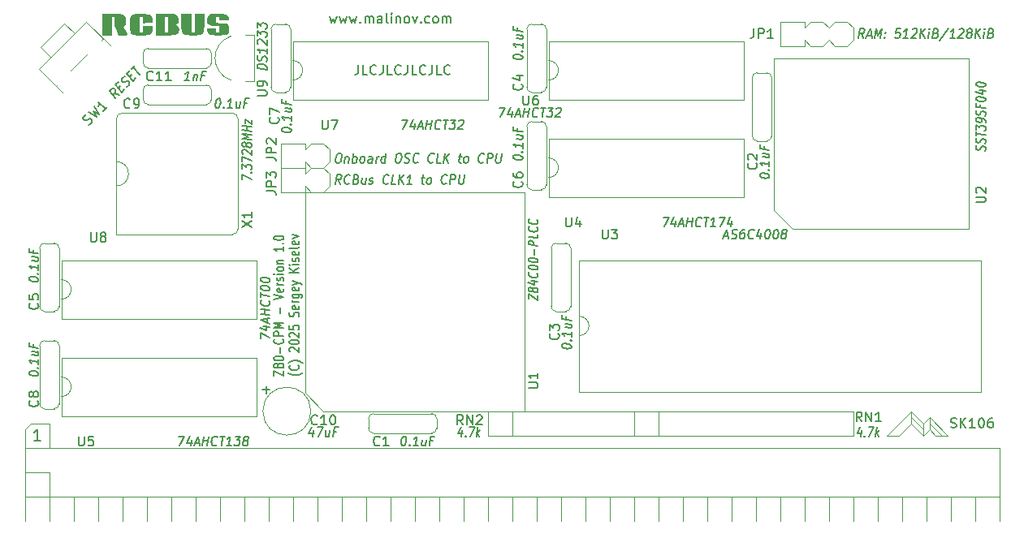
<source format=gbr>
G04 #@! TF.GenerationSoftware,KiCad,Pcbnew,(6.0.2)*
G04 #@! TF.CreationDate,2025-06-09T16:09:45-07:00*
G04 #@! TF.ProjectId,z80-cpu-mem,7a38302d-6370-4752-9d6d-656d2e6b6963,1.0*
G04 #@! TF.SameCoordinates,Original*
G04 #@! TF.FileFunction,Legend,Top*
G04 #@! TF.FilePolarity,Positive*
%FSLAX46Y46*%
G04 Gerber Fmt 4.6, Leading zero omitted, Abs format (unit mm)*
G04 Created by KiCad (PCBNEW (6.0.2)) date 2025-06-09 16:09:45*
%MOMM*%
%LPD*%
G01*
G04 APERTURE LIST*
%ADD10C,0.120000*%
%ADD11C,0.150000*%
G04 APERTURE END LIST*
D10*
X215582500Y-123190000D02*
X218122500Y-120650000D01*
X220027500Y-122555000D02*
X219392500Y-123190000D01*
X220662500Y-123190000D02*
X220027500Y-122555000D01*
X221932500Y-123190000D02*
X220662500Y-123190000D01*
X216852500Y-123190000D02*
X215582500Y-123190000D01*
X219392500Y-123190000D02*
X218122500Y-121920000D01*
X218122500Y-120650000D02*
X219392500Y-121920000D01*
X218122500Y-121920000D02*
X216852500Y-123190000D01*
X220027500Y-121285000D02*
X221932500Y-123190000D01*
X219392500Y-121920000D02*
X220027500Y-121285000D01*
X220027500Y-121285000D02*
X220027500Y-122555000D01*
X220027500Y-121920000D02*
X221297500Y-123190000D01*
X219392500Y-121920000D02*
X219392500Y-123190000D01*
X218122500Y-121285000D02*
X219392500Y-122555000D01*
X218122500Y-120650000D02*
X218122500Y-121920000D01*
X125730000Y-125730000D02*
X125730000Y-123825000D01*
D11*
X157472857Y-79478214D02*
X157663333Y-80144880D01*
X157853809Y-79668690D01*
X158044285Y-80144880D01*
X158234761Y-79478214D01*
X158520476Y-79478214D02*
X158710952Y-80144880D01*
X158901428Y-79668690D01*
X159091904Y-80144880D01*
X159282380Y-79478214D01*
X159568095Y-79478214D02*
X159758571Y-80144880D01*
X159949047Y-79668690D01*
X160139523Y-80144880D01*
X160330000Y-79478214D01*
X160710952Y-80049642D02*
X160758571Y-80097261D01*
X160710952Y-80144880D01*
X160663333Y-80097261D01*
X160710952Y-80049642D01*
X160710952Y-80144880D01*
X161187142Y-80144880D02*
X161187142Y-79478214D01*
X161187142Y-79573452D02*
X161234761Y-79525833D01*
X161330000Y-79478214D01*
X161472857Y-79478214D01*
X161568095Y-79525833D01*
X161615714Y-79621071D01*
X161615714Y-80144880D01*
X161615714Y-79621071D02*
X161663333Y-79525833D01*
X161758571Y-79478214D01*
X161901428Y-79478214D01*
X161996666Y-79525833D01*
X162044285Y-79621071D01*
X162044285Y-80144880D01*
X162949047Y-80144880D02*
X162949047Y-79621071D01*
X162901428Y-79525833D01*
X162806190Y-79478214D01*
X162615714Y-79478214D01*
X162520476Y-79525833D01*
X162949047Y-80097261D02*
X162853809Y-80144880D01*
X162615714Y-80144880D01*
X162520476Y-80097261D01*
X162472857Y-80002023D01*
X162472857Y-79906785D01*
X162520476Y-79811547D01*
X162615714Y-79763928D01*
X162853809Y-79763928D01*
X162949047Y-79716309D01*
X163568095Y-80144880D02*
X163472857Y-80097261D01*
X163425238Y-80002023D01*
X163425238Y-79144880D01*
X163949047Y-80144880D02*
X163949047Y-79478214D01*
X163949047Y-79144880D02*
X163901428Y-79192500D01*
X163949047Y-79240119D01*
X163996666Y-79192500D01*
X163949047Y-79144880D01*
X163949047Y-79240119D01*
X164425238Y-79478214D02*
X164425238Y-80144880D01*
X164425238Y-79573452D02*
X164472857Y-79525833D01*
X164568095Y-79478214D01*
X164710952Y-79478214D01*
X164806190Y-79525833D01*
X164853809Y-79621071D01*
X164853809Y-80144880D01*
X165472857Y-80144880D02*
X165377619Y-80097261D01*
X165330000Y-80049642D01*
X165282380Y-79954404D01*
X165282380Y-79668690D01*
X165330000Y-79573452D01*
X165377619Y-79525833D01*
X165472857Y-79478214D01*
X165615714Y-79478214D01*
X165710952Y-79525833D01*
X165758571Y-79573452D01*
X165806190Y-79668690D01*
X165806190Y-79954404D01*
X165758571Y-80049642D01*
X165710952Y-80097261D01*
X165615714Y-80144880D01*
X165472857Y-80144880D01*
X166139523Y-79478214D02*
X166377619Y-80144880D01*
X166615714Y-79478214D01*
X166996666Y-80049642D02*
X167044285Y-80097261D01*
X166996666Y-80144880D01*
X166949047Y-80097261D01*
X166996666Y-80049642D01*
X166996666Y-80144880D01*
X167901428Y-80097261D02*
X167806190Y-80144880D01*
X167615714Y-80144880D01*
X167520476Y-80097261D01*
X167472857Y-80049642D01*
X167425238Y-79954404D01*
X167425238Y-79668690D01*
X167472857Y-79573452D01*
X167520476Y-79525833D01*
X167615714Y-79478214D01*
X167806190Y-79478214D01*
X167901428Y-79525833D01*
X168472857Y-80144880D02*
X168377619Y-80097261D01*
X168330000Y-80049642D01*
X168282380Y-79954404D01*
X168282380Y-79668690D01*
X168330000Y-79573452D01*
X168377619Y-79525833D01*
X168472857Y-79478214D01*
X168615714Y-79478214D01*
X168710952Y-79525833D01*
X168758571Y-79573452D01*
X168806190Y-79668690D01*
X168806190Y-79954404D01*
X168758571Y-80049642D01*
X168710952Y-80097261D01*
X168615714Y-80144880D01*
X168472857Y-80144880D01*
X169234761Y-80144880D02*
X169234761Y-79478214D01*
X169234761Y-79573452D02*
X169282380Y-79525833D01*
X169377619Y-79478214D01*
X169520476Y-79478214D01*
X169615714Y-79525833D01*
X169663333Y-79621071D01*
X169663333Y-80144880D01*
X169663333Y-79621071D02*
X169710952Y-79525833D01*
X169806190Y-79478214D01*
X169949047Y-79478214D01*
X170044285Y-79525833D01*
X170091904Y-79621071D01*
X170091904Y-80144880D01*
X151682380Y-116945714D02*
X151682380Y-116412380D01*
X152682380Y-116945714D01*
X152682380Y-116412380D01*
X152110952Y-115993333D02*
X152063333Y-116069523D01*
X152015714Y-116107619D01*
X151920476Y-116145714D01*
X151872857Y-116145714D01*
X151777619Y-116107619D01*
X151730000Y-116069523D01*
X151682380Y-115993333D01*
X151682380Y-115840952D01*
X151730000Y-115764761D01*
X151777619Y-115726666D01*
X151872857Y-115688571D01*
X151920476Y-115688571D01*
X152015714Y-115726666D01*
X152063333Y-115764761D01*
X152110952Y-115840952D01*
X152110952Y-115993333D01*
X152158571Y-116069523D01*
X152206190Y-116107619D01*
X152301428Y-116145714D01*
X152491904Y-116145714D01*
X152587142Y-116107619D01*
X152634761Y-116069523D01*
X152682380Y-115993333D01*
X152682380Y-115840952D01*
X152634761Y-115764761D01*
X152587142Y-115726666D01*
X152491904Y-115688571D01*
X152301428Y-115688571D01*
X152206190Y-115726666D01*
X152158571Y-115764761D01*
X152110952Y-115840952D01*
X151682380Y-115193333D02*
X151682380Y-115117142D01*
X151730000Y-115040952D01*
X151777619Y-115002857D01*
X151872857Y-114964761D01*
X152063333Y-114926666D01*
X152301428Y-114926666D01*
X152491904Y-114964761D01*
X152587142Y-115002857D01*
X152634761Y-115040952D01*
X152682380Y-115117142D01*
X152682380Y-115193333D01*
X152634761Y-115269523D01*
X152587142Y-115307619D01*
X152491904Y-115345714D01*
X152301428Y-115383809D01*
X152063333Y-115383809D01*
X151872857Y-115345714D01*
X151777619Y-115307619D01*
X151730000Y-115269523D01*
X151682380Y-115193333D01*
X152301428Y-114583809D02*
X152301428Y-113974285D01*
X152587142Y-113136190D02*
X152634761Y-113174285D01*
X152682380Y-113288571D01*
X152682380Y-113364761D01*
X152634761Y-113479047D01*
X152539523Y-113555238D01*
X152444285Y-113593333D01*
X152253809Y-113631428D01*
X152110952Y-113631428D01*
X151920476Y-113593333D01*
X151825238Y-113555238D01*
X151730000Y-113479047D01*
X151682380Y-113364761D01*
X151682380Y-113288571D01*
X151730000Y-113174285D01*
X151777619Y-113136190D01*
X152682380Y-112793333D02*
X151682380Y-112793333D01*
X151682380Y-112488571D01*
X151730000Y-112412380D01*
X151777619Y-112374285D01*
X151872857Y-112336190D01*
X152015714Y-112336190D01*
X152110952Y-112374285D01*
X152158571Y-112412380D01*
X152206190Y-112488571D01*
X152206190Y-112793333D01*
X152682380Y-111993333D02*
X151682380Y-111993333D01*
X152396666Y-111726666D01*
X151682380Y-111460000D01*
X152682380Y-111460000D01*
X152301428Y-110469523D02*
X152301428Y-109860000D01*
X151682380Y-108983809D02*
X152682380Y-108717142D01*
X151682380Y-108450476D01*
X152634761Y-107879047D02*
X152682380Y-107955238D01*
X152682380Y-108107619D01*
X152634761Y-108183809D01*
X152539523Y-108221904D01*
X152158571Y-108221904D01*
X152063333Y-108183809D01*
X152015714Y-108107619D01*
X152015714Y-107955238D01*
X152063333Y-107879047D01*
X152158571Y-107840952D01*
X152253809Y-107840952D01*
X152349047Y-108221904D01*
X152682380Y-107498095D02*
X152015714Y-107498095D01*
X152206190Y-107498095D02*
X152110952Y-107460000D01*
X152063333Y-107421904D01*
X152015714Y-107345714D01*
X152015714Y-107269523D01*
X152634761Y-107040952D02*
X152682380Y-106964761D01*
X152682380Y-106812380D01*
X152634761Y-106736190D01*
X152539523Y-106698095D01*
X152491904Y-106698095D01*
X152396666Y-106736190D01*
X152349047Y-106812380D01*
X152349047Y-106926666D01*
X152301428Y-107002857D01*
X152206190Y-107040952D01*
X152158571Y-107040952D01*
X152063333Y-107002857D01*
X152015714Y-106926666D01*
X152015714Y-106812380D01*
X152063333Y-106736190D01*
X152682380Y-106355238D02*
X152015714Y-106355238D01*
X151682380Y-106355238D02*
X151730000Y-106393333D01*
X151777619Y-106355238D01*
X151730000Y-106317142D01*
X151682380Y-106355238D01*
X151777619Y-106355238D01*
X152682380Y-105860000D02*
X152634761Y-105936190D01*
X152587142Y-105974285D01*
X152491904Y-106012380D01*
X152206190Y-106012380D01*
X152110952Y-105974285D01*
X152063333Y-105936190D01*
X152015714Y-105860000D01*
X152015714Y-105745714D01*
X152063333Y-105669523D01*
X152110952Y-105631428D01*
X152206190Y-105593333D01*
X152491904Y-105593333D01*
X152587142Y-105631428D01*
X152634761Y-105669523D01*
X152682380Y-105745714D01*
X152682380Y-105860000D01*
X152015714Y-105250476D02*
X152682380Y-105250476D01*
X152110952Y-105250476D02*
X152063333Y-105212380D01*
X152015714Y-105136190D01*
X152015714Y-105021904D01*
X152063333Y-104945714D01*
X152158571Y-104907619D01*
X152682380Y-104907619D01*
X152682380Y-103498095D02*
X152682380Y-103955238D01*
X152682380Y-103726666D02*
X151682380Y-103726666D01*
X151825238Y-103802857D01*
X151920476Y-103879047D01*
X151968095Y-103955238D01*
X152587142Y-103155238D02*
X152634761Y-103117142D01*
X152682380Y-103155238D01*
X152634761Y-103193333D01*
X152587142Y-103155238D01*
X152682380Y-103155238D01*
X151682380Y-102621904D02*
X151682380Y-102545714D01*
X151730000Y-102469523D01*
X151777619Y-102431428D01*
X151872857Y-102393333D01*
X152063333Y-102355238D01*
X152301428Y-102355238D01*
X152491904Y-102393333D01*
X152587142Y-102431428D01*
X152634761Y-102469523D01*
X152682380Y-102545714D01*
X152682380Y-102621904D01*
X152634761Y-102698095D01*
X152587142Y-102736190D01*
X152491904Y-102774285D01*
X152301428Y-102812380D01*
X152063333Y-102812380D01*
X151872857Y-102774285D01*
X151777619Y-102736190D01*
X151730000Y-102698095D01*
X151682380Y-102621904D01*
X154673333Y-116640952D02*
X154625714Y-116679047D01*
X154482857Y-116755238D01*
X154387619Y-116793333D01*
X154244761Y-116831428D01*
X154006666Y-116869523D01*
X153816190Y-116869523D01*
X153578095Y-116831428D01*
X153435238Y-116793333D01*
X153340000Y-116755238D01*
X153197142Y-116679047D01*
X153149523Y-116640952D01*
X154197142Y-115879047D02*
X154244761Y-115917142D01*
X154292380Y-116031428D01*
X154292380Y-116107619D01*
X154244761Y-116221904D01*
X154149523Y-116298095D01*
X154054285Y-116336190D01*
X153863809Y-116374285D01*
X153720952Y-116374285D01*
X153530476Y-116336190D01*
X153435238Y-116298095D01*
X153340000Y-116221904D01*
X153292380Y-116107619D01*
X153292380Y-116031428D01*
X153340000Y-115917142D01*
X153387619Y-115879047D01*
X154673333Y-115612380D02*
X154625714Y-115574285D01*
X154482857Y-115498095D01*
X154387619Y-115460000D01*
X154244761Y-115421904D01*
X154006666Y-115383809D01*
X153816190Y-115383809D01*
X153578095Y-115421904D01*
X153435238Y-115460000D01*
X153340000Y-115498095D01*
X153197142Y-115574285D01*
X153149523Y-115612380D01*
X153387619Y-114431428D02*
X153340000Y-114393333D01*
X153292380Y-114317142D01*
X153292380Y-114126666D01*
X153340000Y-114050476D01*
X153387619Y-114012380D01*
X153482857Y-113974285D01*
X153578095Y-113974285D01*
X153720952Y-114012380D01*
X154292380Y-114469523D01*
X154292380Y-113974285D01*
X153292380Y-113479047D02*
X153292380Y-113402857D01*
X153340000Y-113326666D01*
X153387619Y-113288571D01*
X153482857Y-113250476D01*
X153673333Y-113212380D01*
X153911428Y-113212380D01*
X154101904Y-113250476D01*
X154197142Y-113288571D01*
X154244761Y-113326666D01*
X154292380Y-113402857D01*
X154292380Y-113479047D01*
X154244761Y-113555238D01*
X154197142Y-113593333D01*
X154101904Y-113631428D01*
X153911428Y-113669523D01*
X153673333Y-113669523D01*
X153482857Y-113631428D01*
X153387619Y-113593333D01*
X153340000Y-113555238D01*
X153292380Y-113479047D01*
X153387619Y-112907619D02*
X153340000Y-112869523D01*
X153292380Y-112793333D01*
X153292380Y-112602857D01*
X153340000Y-112526666D01*
X153387619Y-112488571D01*
X153482857Y-112450476D01*
X153578095Y-112450476D01*
X153720952Y-112488571D01*
X154292380Y-112945714D01*
X154292380Y-112450476D01*
X153292380Y-111726666D02*
X153292380Y-112107619D01*
X153768571Y-112145714D01*
X153720952Y-112107619D01*
X153673333Y-112031428D01*
X153673333Y-111840952D01*
X153720952Y-111764761D01*
X153768571Y-111726666D01*
X153863809Y-111688571D01*
X154101904Y-111688571D01*
X154197142Y-111726666D01*
X154244761Y-111764761D01*
X154292380Y-111840952D01*
X154292380Y-112031428D01*
X154244761Y-112107619D01*
X154197142Y-112145714D01*
X154244761Y-110774285D02*
X154292380Y-110660000D01*
X154292380Y-110469523D01*
X154244761Y-110393333D01*
X154197142Y-110355238D01*
X154101904Y-110317142D01*
X154006666Y-110317142D01*
X153911428Y-110355238D01*
X153863809Y-110393333D01*
X153816190Y-110469523D01*
X153768571Y-110621904D01*
X153720952Y-110698095D01*
X153673333Y-110736190D01*
X153578095Y-110774285D01*
X153482857Y-110774285D01*
X153387619Y-110736190D01*
X153340000Y-110698095D01*
X153292380Y-110621904D01*
X153292380Y-110431428D01*
X153340000Y-110317142D01*
X154244761Y-109669523D02*
X154292380Y-109745714D01*
X154292380Y-109898095D01*
X154244761Y-109974285D01*
X154149523Y-110012380D01*
X153768571Y-110012380D01*
X153673333Y-109974285D01*
X153625714Y-109898095D01*
X153625714Y-109745714D01*
X153673333Y-109669523D01*
X153768571Y-109631428D01*
X153863809Y-109631428D01*
X153959047Y-110012380D01*
X154292380Y-109288571D02*
X153625714Y-109288571D01*
X153816190Y-109288571D02*
X153720952Y-109250476D01*
X153673333Y-109212380D01*
X153625714Y-109136190D01*
X153625714Y-109060000D01*
X153625714Y-108450476D02*
X154435238Y-108450476D01*
X154530476Y-108488571D01*
X154578095Y-108526666D01*
X154625714Y-108602857D01*
X154625714Y-108717142D01*
X154578095Y-108793333D01*
X154244761Y-108450476D02*
X154292380Y-108526666D01*
X154292380Y-108679047D01*
X154244761Y-108755238D01*
X154197142Y-108793333D01*
X154101904Y-108831428D01*
X153816190Y-108831428D01*
X153720952Y-108793333D01*
X153673333Y-108755238D01*
X153625714Y-108679047D01*
X153625714Y-108526666D01*
X153673333Y-108450476D01*
X154244761Y-107764761D02*
X154292380Y-107840952D01*
X154292380Y-107993333D01*
X154244761Y-108069523D01*
X154149523Y-108107619D01*
X153768571Y-108107619D01*
X153673333Y-108069523D01*
X153625714Y-107993333D01*
X153625714Y-107840952D01*
X153673333Y-107764761D01*
X153768571Y-107726666D01*
X153863809Y-107726666D01*
X153959047Y-108107619D01*
X153625714Y-107460000D02*
X154292380Y-107269523D01*
X153625714Y-107079047D02*
X154292380Y-107269523D01*
X154530476Y-107345714D01*
X154578095Y-107383809D01*
X154625714Y-107460000D01*
X154292380Y-106164761D02*
X153292380Y-106164761D01*
X154292380Y-105707619D02*
X153720952Y-106050476D01*
X153292380Y-105707619D02*
X153863809Y-106164761D01*
X154292380Y-105364761D02*
X153625714Y-105364761D01*
X153292380Y-105364761D02*
X153340000Y-105402857D01*
X153387619Y-105364761D01*
X153340000Y-105326666D01*
X153292380Y-105364761D01*
X153387619Y-105364761D01*
X154244761Y-105021904D02*
X154292380Y-104945714D01*
X154292380Y-104793333D01*
X154244761Y-104717142D01*
X154149523Y-104679047D01*
X154101904Y-104679047D01*
X154006666Y-104717142D01*
X153959047Y-104793333D01*
X153959047Y-104907619D01*
X153911428Y-104983809D01*
X153816190Y-105021904D01*
X153768571Y-105021904D01*
X153673333Y-104983809D01*
X153625714Y-104907619D01*
X153625714Y-104793333D01*
X153673333Y-104717142D01*
X154244761Y-104031428D02*
X154292380Y-104107619D01*
X154292380Y-104260000D01*
X154244761Y-104336190D01*
X154149523Y-104374285D01*
X153768571Y-104374285D01*
X153673333Y-104336190D01*
X153625714Y-104260000D01*
X153625714Y-104107619D01*
X153673333Y-104031428D01*
X153768571Y-103993333D01*
X153863809Y-103993333D01*
X153959047Y-104374285D01*
X154292380Y-103536190D02*
X154244761Y-103612380D01*
X154149523Y-103650476D01*
X153292380Y-103650476D01*
X154244761Y-102926666D02*
X154292380Y-103002857D01*
X154292380Y-103155238D01*
X154244761Y-103231428D01*
X154149523Y-103269523D01*
X153768571Y-103269523D01*
X153673333Y-103231428D01*
X153625714Y-103155238D01*
X153625714Y-103002857D01*
X153673333Y-102926666D01*
X153768571Y-102888571D01*
X153863809Y-102888571D01*
X153959047Y-103269523D01*
X153625714Y-102621904D02*
X154292380Y-102431428D01*
X153625714Y-102240952D01*
X222258214Y-122324761D02*
X222401071Y-122372380D01*
X222639166Y-122372380D01*
X222734404Y-122324761D01*
X222782023Y-122277142D01*
X222829642Y-122181904D01*
X222829642Y-122086666D01*
X222782023Y-121991428D01*
X222734404Y-121943809D01*
X222639166Y-121896190D01*
X222448690Y-121848571D01*
X222353452Y-121800952D01*
X222305833Y-121753333D01*
X222258214Y-121658095D01*
X222258214Y-121562857D01*
X222305833Y-121467619D01*
X222353452Y-121420000D01*
X222448690Y-121372380D01*
X222686785Y-121372380D01*
X222829642Y-121420000D01*
X223258214Y-122372380D02*
X223258214Y-121372380D01*
X223829642Y-122372380D02*
X223401071Y-121800952D01*
X223829642Y-121372380D02*
X223258214Y-121943809D01*
X224782023Y-122372380D02*
X224210595Y-122372380D01*
X224496309Y-122372380D02*
X224496309Y-121372380D01*
X224401071Y-121515238D01*
X224305833Y-121610476D01*
X224210595Y-121658095D01*
X225401071Y-121372380D02*
X225496309Y-121372380D01*
X225591547Y-121420000D01*
X225639166Y-121467619D01*
X225686785Y-121562857D01*
X225734404Y-121753333D01*
X225734404Y-121991428D01*
X225686785Y-122181904D01*
X225639166Y-122277142D01*
X225591547Y-122324761D01*
X225496309Y-122372380D01*
X225401071Y-122372380D01*
X225305833Y-122324761D01*
X225258214Y-122277142D01*
X225210595Y-122181904D01*
X225162976Y-121991428D01*
X225162976Y-121753333D01*
X225210595Y-121562857D01*
X225258214Y-121467619D01*
X225305833Y-121420000D01*
X225401071Y-121372380D01*
X226591547Y-121372380D02*
X226401071Y-121372380D01*
X226305833Y-121420000D01*
X226258214Y-121467619D01*
X226162976Y-121610476D01*
X226115357Y-121800952D01*
X226115357Y-122181904D01*
X226162976Y-122277142D01*
X226210595Y-122324761D01*
X226305833Y-122372380D01*
X226496309Y-122372380D01*
X226591547Y-122324761D01*
X226639166Y-122277142D01*
X226686785Y-122181904D01*
X226686785Y-121943809D01*
X226639166Y-121848571D01*
X226591547Y-121800952D01*
X226496309Y-121753333D01*
X226305833Y-121753333D01*
X226210595Y-121800952D01*
X226162976Y-121848571D01*
X226115357Y-121943809D01*
X160480952Y-84542380D02*
X160480952Y-85256666D01*
X160433333Y-85399523D01*
X160338095Y-85494761D01*
X160195238Y-85542380D01*
X160100000Y-85542380D01*
X161433333Y-85542380D02*
X160957142Y-85542380D01*
X160957142Y-84542380D01*
X162338095Y-85447142D02*
X162290476Y-85494761D01*
X162147619Y-85542380D01*
X162052380Y-85542380D01*
X161909523Y-85494761D01*
X161814285Y-85399523D01*
X161766666Y-85304285D01*
X161719047Y-85113809D01*
X161719047Y-84970952D01*
X161766666Y-84780476D01*
X161814285Y-84685238D01*
X161909523Y-84590000D01*
X162052380Y-84542380D01*
X162147619Y-84542380D01*
X162290476Y-84590000D01*
X162338095Y-84637619D01*
X163052380Y-84542380D02*
X163052380Y-85256666D01*
X163004761Y-85399523D01*
X162909523Y-85494761D01*
X162766666Y-85542380D01*
X162671428Y-85542380D01*
X164004761Y-85542380D02*
X163528571Y-85542380D01*
X163528571Y-84542380D01*
X164909523Y-85447142D02*
X164861904Y-85494761D01*
X164719047Y-85542380D01*
X164623809Y-85542380D01*
X164480952Y-85494761D01*
X164385714Y-85399523D01*
X164338095Y-85304285D01*
X164290476Y-85113809D01*
X164290476Y-84970952D01*
X164338095Y-84780476D01*
X164385714Y-84685238D01*
X164480952Y-84590000D01*
X164623809Y-84542380D01*
X164719047Y-84542380D01*
X164861904Y-84590000D01*
X164909523Y-84637619D01*
X165623809Y-84542380D02*
X165623809Y-85256666D01*
X165576190Y-85399523D01*
X165480952Y-85494761D01*
X165338095Y-85542380D01*
X165242857Y-85542380D01*
X166576190Y-85542380D02*
X166100000Y-85542380D01*
X166100000Y-84542380D01*
X167480952Y-85447142D02*
X167433333Y-85494761D01*
X167290476Y-85542380D01*
X167195238Y-85542380D01*
X167052380Y-85494761D01*
X166957142Y-85399523D01*
X166909523Y-85304285D01*
X166861904Y-85113809D01*
X166861904Y-84970952D01*
X166909523Y-84780476D01*
X166957142Y-84685238D01*
X167052380Y-84590000D01*
X167195238Y-84542380D01*
X167290476Y-84542380D01*
X167433333Y-84590000D01*
X167480952Y-84637619D01*
X168195238Y-84542380D02*
X168195238Y-85256666D01*
X168147619Y-85399523D01*
X168052380Y-85494761D01*
X167909523Y-85542380D01*
X167814285Y-85542380D01*
X169147619Y-85542380D02*
X168671428Y-85542380D01*
X168671428Y-84542380D01*
X170052380Y-85447142D02*
X170004761Y-85494761D01*
X169861904Y-85542380D01*
X169766666Y-85542380D01*
X169623809Y-85494761D01*
X169528571Y-85399523D01*
X169480952Y-85304285D01*
X169433333Y-85113809D01*
X169433333Y-84970952D01*
X169480952Y-84780476D01*
X169528571Y-84685238D01*
X169623809Y-84590000D01*
X169766666Y-84542380D01*
X169861904Y-84542380D01*
X170004761Y-84590000D01*
X170052380Y-84637619D01*
X156718095Y-90257380D02*
X156718095Y-91066904D01*
X156765714Y-91162142D01*
X156813333Y-91209761D01*
X156908571Y-91257380D01*
X157099047Y-91257380D01*
X157194285Y-91209761D01*
X157241904Y-91162142D01*
X157289523Y-91066904D01*
X157289523Y-90257380D01*
X157670476Y-90257380D02*
X158337142Y-90257380D01*
X157908571Y-91257380D01*
X165069613Y-90257380D02*
X165669613Y-90257380D01*
X165158898Y-91257380D01*
X166356517Y-90590714D02*
X166273184Y-91257380D01*
X166189851Y-90209761D02*
X165886279Y-90924047D01*
X166443422Y-90924047D01*
X166737470Y-90971666D02*
X167166041Y-90971666D01*
X166616041Y-91257380D02*
X167041041Y-90257380D01*
X167216041Y-91257380D01*
X167516041Y-91257380D02*
X167641041Y-90257380D01*
X167581517Y-90733571D02*
X168095803Y-90733571D01*
X168030327Y-91257380D02*
X168155327Y-90257380D01*
X168985089Y-91162142D02*
X168936279Y-91209761D01*
X168801755Y-91257380D01*
X168716041Y-91257380D01*
X168593422Y-91209761D01*
X168519613Y-91114523D01*
X168488660Y-91019285D01*
X168469613Y-90828809D01*
X168487470Y-90685952D01*
X168554136Y-90495476D01*
X168608898Y-90400238D01*
X168706517Y-90305000D01*
X168841041Y-90257380D01*
X168926755Y-90257380D01*
X169049375Y-90305000D01*
X169086279Y-90352619D01*
X169355327Y-90257380D02*
X169869613Y-90257380D01*
X169487470Y-91257380D02*
X169612470Y-90257380D01*
X170083898Y-90257380D02*
X170641041Y-90257380D01*
X170293422Y-90638333D01*
X170421994Y-90638333D01*
X170501755Y-90685952D01*
X170538660Y-90733571D01*
X170569613Y-90828809D01*
X170539851Y-91066904D01*
X170485089Y-91162142D01*
X170436279Y-91209761D01*
X170344613Y-91257380D01*
X170087470Y-91257380D01*
X170007708Y-91209761D01*
X169970803Y-91162142D01*
X170971994Y-90352619D02*
X171020803Y-90305000D01*
X171112470Y-90257380D01*
X171326755Y-90257380D01*
X171406517Y-90305000D01*
X171443422Y-90352619D01*
X171474375Y-90447857D01*
X171462470Y-90543095D01*
X171401755Y-90685952D01*
X170816041Y-91257380D01*
X171373184Y-91257380D01*
X182118095Y-100417380D02*
X182118095Y-101226904D01*
X182165714Y-101322142D01*
X182213333Y-101369761D01*
X182308571Y-101417380D01*
X182499047Y-101417380D01*
X182594285Y-101369761D01*
X182641904Y-101322142D01*
X182689523Y-101226904D01*
X182689523Y-100417380D01*
X183594285Y-100750714D02*
X183594285Y-101417380D01*
X183356190Y-100369761D02*
X183118095Y-101084047D01*
X183737142Y-101084047D01*
X192263541Y-100417380D02*
X192863541Y-100417380D01*
X192352827Y-101417380D01*
X193550446Y-100750714D02*
X193467113Y-101417380D01*
X193383779Y-100369761D02*
X193080208Y-101084047D01*
X193637351Y-101084047D01*
X193931398Y-101131666D02*
X194359970Y-101131666D01*
X193809970Y-101417380D02*
X194234970Y-100417380D01*
X194409970Y-101417380D01*
X194709970Y-101417380D02*
X194834970Y-100417380D01*
X194775446Y-100893571D02*
X195289732Y-100893571D01*
X195224255Y-101417380D02*
X195349255Y-100417380D01*
X196179017Y-101322142D02*
X196130208Y-101369761D01*
X195995684Y-101417380D01*
X195909970Y-101417380D01*
X195787351Y-101369761D01*
X195713541Y-101274523D01*
X195682589Y-101179285D01*
X195663541Y-100988809D01*
X195681398Y-100845952D01*
X195748065Y-100655476D01*
X195802827Y-100560238D01*
X195900446Y-100465000D01*
X196034970Y-100417380D01*
X196120684Y-100417380D01*
X196243303Y-100465000D01*
X196280208Y-100512619D01*
X196549255Y-100417380D02*
X197063541Y-100417380D01*
X196681398Y-101417380D02*
X196806398Y-100417380D01*
X197709970Y-101417380D02*
X197195684Y-101417380D01*
X197452827Y-101417380D02*
X197577827Y-100417380D01*
X197474255Y-100560238D01*
X197376636Y-100655476D01*
X197284970Y-100703095D01*
X198134970Y-100417380D02*
X198734970Y-100417380D01*
X198224255Y-101417380D01*
X199421875Y-100750714D02*
X199338541Y-101417380D01*
X199255208Y-100369761D02*
X198951636Y-101084047D01*
X199508779Y-101084047D01*
X136675833Y-88939642D02*
X136628214Y-88987261D01*
X136485357Y-89034880D01*
X136390119Y-89034880D01*
X136247261Y-88987261D01*
X136152023Y-88892023D01*
X136104404Y-88796785D01*
X136056785Y-88606309D01*
X136056785Y-88463452D01*
X136104404Y-88272976D01*
X136152023Y-88177738D01*
X136247261Y-88082500D01*
X136390119Y-88034880D01*
X136485357Y-88034880D01*
X136628214Y-88082500D01*
X136675833Y-88130119D01*
X137152023Y-89034880D02*
X137342500Y-89034880D01*
X137437738Y-88987261D01*
X137485357Y-88939642D01*
X137580595Y-88796785D01*
X137628214Y-88606309D01*
X137628214Y-88225357D01*
X137580595Y-88130119D01*
X137532976Y-88082500D01*
X137437738Y-88034880D01*
X137247261Y-88034880D01*
X137152023Y-88082500D01*
X137104404Y-88130119D01*
X137056785Y-88225357D01*
X137056785Y-88463452D01*
X137104404Y-88558690D01*
X137152023Y-88606309D01*
X137247261Y-88653928D01*
X137437738Y-88653928D01*
X137532976Y-88606309D01*
X137580595Y-88558690D01*
X137628214Y-88463452D01*
X145871755Y-88034880D02*
X145957470Y-88034880D01*
X146037232Y-88082500D01*
X146074136Y-88130119D01*
X146105089Y-88225357D01*
X146124136Y-88415833D01*
X146094375Y-88653928D01*
X146027708Y-88844404D01*
X145972946Y-88939642D01*
X145924136Y-88987261D01*
X145832470Y-89034880D01*
X145746755Y-89034880D01*
X145666994Y-88987261D01*
X145630089Y-88939642D01*
X145599136Y-88844404D01*
X145580089Y-88653928D01*
X145609851Y-88415833D01*
X145676517Y-88225357D01*
X145731279Y-88130119D01*
X145780089Y-88082500D01*
X145871755Y-88034880D01*
X146444375Y-88939642D02*
X146481279Y-88987261D01*
X146432470Y-89034880D01*
X146395565Y-88987261D01*
X146444375Y-88939642D01*
X146432470Y-89034880D01*
X147332470Y-89034880D02*
X146818184Y-89034880D01*
X147075327Y-89034880D02*
X147200327Y-88034880D01*
X147096755Y-88177738D01*
X146999136Y-88272976D01*
X146907470Y-88320595D01*
X148187232Y-88368214D02*
X148103898Y-89034880D01*
X147801517Y-88368214D02*
X147736041Y-88892023D01*
X147766994Y-88987261D01*
X147846755Y-89034880D01*
X147975327Y-89034880D01*
X148066994Y-88987261D01*
X148115803Y-88939642D01*
X148897946Y-88511071D02*
X148597946Y-88511071D01*
X148532470Y-89034880D02*
X148657470Y-88034880D01*
X149086041Y-88034880D01*
X171394523Y-122054880D02*
X171061190Y-121578690D01*
X170823095Y-122054880D02*
X170823095Y-121054880D01*
X171204047Y-121054880D01*
X171299285Y-121102500D01*
X171346904Y-121150119D01*
X171394523Y-121245357D01*
X171394523Y-121388214D01*
X171346904Y-121483452D01*
X171299285Y-121531071D01*
X171204047Y-121578690D01*
X170823095Y-121578690D01*
X171823095Y-122054880D02*
X171823095Y-121054880D01*
X172394523Y-122054880D01*
X172394523Y-121054880D01*
X172823095Y-121150119D02*
X172870714Y-121102500D01*
X172965952Y-121054880D01*
X173204047Y-121054880D01*
X173299285Y-121102500D01*
X173346904Y-121150119D01*
X173394523Y-121245357D01*
X173394523Y-121340595D01*
X173346904Y-121483452D01*
X172775476Y-122054880D01*
X173394523Y-122054880D01*
X171330803Y-122658214D02*
X171247470Y-123324880D01*
X171187946Y-122277261D02*
X170908184Y-122991547D01*
X171403422Y-122991547D01*
X171678422Y-123229642D02*
X171710565Y-123277261D01*
X171666517Y-123324880D01*
X171634375Y-123277261D01*
X171678422Y-123229642D01*
X171666517Y-123324880D01*
X172096279Y-122324880D02*
X172629613Y-122324880D01*
X172161755Y-123324880D01*
X172809375Y-123324880D02*
X172934375Y-122324880D01*
X172933184Y-122943928D02*
X173114136Y-123324880D01*
X173197470Y-122658214D02*
X172845089Y-123039166D01*
X181332142Y-112561666D02*
X181379761Y-112609285D01*
X181427380Y-112752142D01*
X181427380Y-112847380D01*
X181379761Y-112990238D01*
X181284523Y-113085476D01*
X181189285Y-113133095D01*
X180998809Y-113180714D01*
X180855952Y-113180714D01*
X180665476Y-113133095D01*
X180570238Y-113085476D01*
X180475000Y-112990238D01*
X180427380Y-112847380D01*
X180427380Y-112752142D01*
X180475000Y-112609285D01*
X180522619Y-112561666D01*
X180427380Y-112228333D02*
X180427380Y-111609285D01*
X180808333Y-111942619D01*
X180808333Y-111799761D01*
X180855952Y-111704523D01*
X180903571Y-111656904D01*
X180998809Y-111609285D01*
X181236904Y-111609285D01*
X181332142Y-111656904D01*
X181379761Y-111704523D01*
X181427380Y-111799761D01*
X181427380Y-112085476D01*
X181379761Y-112180714D01*
X181332142Y-112228333D01*
X181697380Y-113843244D02*
X181697380Y-113757529D01*
X181745000Y-113677767D01*
X181792619Y-113640863D01*
X181887857Y-113609910D01*
X182078333Y-113590863D01*
X182316428Y-113620625D01*
X182506904Y-113687291D01*
X182602142Y-113742053D01*
X182649761Y-113790863D01*
X182697380Y-113882529D01*
X182697380Y-113968244D01*
X182649761Y-114048005D01*
X182602142Y-114084910D01*
X182506904Y-114115863D01*
X182316428Y-114134910D01*
X182078333Y-114105148D01*
X181887857Y-114038482D01*
X181792619Y-113983720D01*
X181745000Y-113934910D01*
X181697380Y-113843244D01*
X182602142Y-113270625D02*
X182649761Y-113233720D01*
X182697380Y-113282529D01*
X182649761Y-113319434D01*
X182602142Y-113270625D01*
X182697380Y-113282529D01*
X182697380Y-112382529D02*
X182697380Y-112896815D01*
X182697380Y-112639672D02*
X181697380Y-112514672D01*
X181840238Y-112618244D01*
X181935476Y-112715863D01*
X181983095Y-112807529D01*
X182030714Y-111527767D02*
X182697380Y-111611101D01*
X182030714Y-111913482D02*
X182554523Y-111978958D01*
X182649761Y-111948005D01*
X182697380Y-111868244D01*
X182697380Y-111739672D01*
X182649761Y-111648005D01*
X182602142Y-111599196D01*
X182173571Y-110817053D02*
X182173571Y-111117053D01*
X182697380Y-111182529D02*
X181697380Y-111057529D01*
X181697380Y-110628958D01*
X127342857Y-123732857D02*
X126657142Y-123732857D01*
X127000000Y-123732857D02*
X127000000Y-122532857D01*
X126885714Y-122704285D01*
X126771428Y-122818571D01*
X126657142Y-122875714D01*
X185928095Y-101687380D02*
X185928095Y-102496904D01*
X185975714Y-102592142D01*
X186023333Y-102639761D01*
X186118571Y-102687380D01*
X186309047Y-102687380D01*
X186404285Y-102639761D01*
X186451904Y-102592142D01*
X186499523Y-102496904D01*
X186499523Y-101687380D01*
X186880476Y-101687380D02*
X187499523Y-101687380D01*
X187166190Y-102068333D01*
X187309047Y-102068333D01*
X187404285Y-102115952D01*
X187451904Y-102163571D01*
X187499523Y-102258809D01*
X187499523Y-102496904D01*
X187451904Y-102592142D01*
X187404285Y-102639761D01*
X187309047Y-102687380D01*
X187023333Y-102687380D01*
X186928095Y-102639761D01*
X186880476Y-102592142D01*
X198635327Y-102401666D02*
X199063898Y-102401666D01*
X198513898Y-102687380D02*
X198938898Y-101687380D01*
X199113898Y-102687380D01*
X199376994Y-102639761D02*
X199499613Y-102687380D01*
X199713898Y-102687380D01*
X199805565Y-102639761D01*
X199854375Y-102592142D01*
X199909136Y-102496904D01*
X199921041Y-102401666D01*
X199890089Y-102306428D01*
X199853184Y-102258809D01*
X199773422Y-102211190D01*
X199607946Y-102163571D01*
X199528184Y-102115952D01*
X199491279Y-102068333D01*
X199460327Y-101973095D01*
X199472232Y-101877857D01*
X199526994Y-101782619D01*
X199575803Y-101735000D01*
X199667470Y-101687380D01*
X199881755Y-101687380D01*
X200004375Y-101735000D01*
X200781755Y-101687380D02*
X200610327Y-101687380D01*
X200518660Y-101735000D01*
X200469851Y-101782619D01*
X200366279Y-101925476D01*
X200299613Y-102115952D01*
X200251994Y-102496904D01*
X200282946Y-102592142D01*
X200319851Y-102639761D01*
X200399613Y-102687380D01*
X200571041Y-102687380D01*
X200662708Y-102639761D01*
X200711517Y-102592142D01*
X200766279Y-102496904D01*
X200796041Y-102258809D01*
X200765089Y-102163571D01*
X200728184Y-102115952D01*
X200648422Y-102068333D01*
X200476994Y-102068333D01*
X200385327Y-102115952D01*
X200336517Y-102163571D01*
X200281755Y-102258809D01*
X201654375Y-102592142D02*
X201605565Y-102639761D01*
X201471041Y-102687380D01*
X201385327Y-102687380D01*
X201262708Y-102639761D01*
X201188898Y-102544523D01*
X201157946Y-102449285D01*
X201138898Y-102258809D01*
X201156755Y-102115952D01*
X201223422Y-101925476D01*
X201278184Y-101830238D01*
X201375803Y-101735000D01*
X201510327Y-101687380D01*
X201596041Y-101687380D01*
X201718660Y-101735000D01*
X201755565Y-101782619D01*
X202497232Y-102020714D02*
X202413898Y-102687380D01*
X202330565Y-101639761D02*
X202026994Y-102354047D01*
X202584136Y-102354047D01*
X203181755Y-101687380D02*
X203267470Y-101687380D01*
X203347232Y-101735000D01*
X203384136Y-101782619D01*
X203415089Y-101877857D01*
X203434136Y-102068333D01*
X203404375Y-102306428D01*
X203337708Y-102496904D01*
X203282946Y-102592142D01*
X203234136Y-102639761D01*
X203142470Y-102687380D01*
X203056755Y-102687380D01*
X202976994Y-102639761D01*
X202940089Y-102592142D01*
X202909136Y-102496904D01*
X202890089Y-102306428D01*
X202919851Y-102068333D01*
X202986517Y-101877857D01*
X203041279Y-101782619D01*
X203090089Y-101735000D01*
X203181755Y-101687380D01*
X204038898Y-101687380D02*
X204124613Y-101687380D01*
X204204375Y-101735000D01*
X204241279Y-101782619D01*
X204272232Y-101877857D01*
X204291279Y-102068333D01*
X204261517Y-102306428D01*
X204194851Y-102496904D01*
X204140089Y-102592142D01*
X204091279Y-102639761D01*
X203999613Y-102687380D01*
X203913898Y-102687380D01*
X203834136Y-102639761D01*
X203797232Y-102592142D01*
X203766279Y-102496904D01*
X203747232Y-102306428D01*
X203776994Y-102068333D01*
X203843660Y-101877857D01*
X203898422Y-101782619D01*
X203947232Y-101735000D01*
X204038898Y-101687380D01*
X204799613Y-102115952D02*
X204719851Y-102068333D01*
X204682946Y-102020714D01*
X204651994Y-101925476D01*
X204657946Y-101877857D01*
X204712708Y-101782619D01*
X204761517Y-101735000D01*
X204853184Y-101687380D01*
X205024613Y-101687380D01*
X205104375Y-101735000D01*
X205141279Y-101782619D01*
X205172232Y-101877857D01*
X205166279Y-101925476D01*
X205111517Y-102020714D01*
X205062708Y-102068333D01*
X204971041Y-102115952D01*
X204799613Y-102115952D01*
X204707946Y-102163571D01*
X204659136Y-102211190D01*
X204604375Y-102306428D01*
X204580565Y-102496904D01*
X204611517Y-102592142D01*
X204648422Y-102639761D01*
X204728184Y-102687380D01*
X204899613Y-102687380D01*
X204991279Y-102639761D01*
X205040089Y-102592142D01*
X205094851Y-102496904D01*
X205118660Y-102306428D01*
X205087708Y-102211190D01*
X205050803Y-102163571D01*
X204971041Y-102115952D01*
X150899880Y-97670833D02*
X151614166Y-97670833D01*
X151757023Y-97718452D01*
X151852261Y-97813690D01*
X151899880Y-97956547D01*
X151899880Y-98051785D01*
X151899880Y-97194642D02*
X150899880Y-97194642D01*
X150899880Y-96813690D01*
X150947500Y-96718452D01*
X150995119Y-96670833D01*
X151090357Y-96623214D01*
X151233214Y-96623214D01*
X151328452Y-96670833D01*
X151376071Y-96718452D01*
X151423690Y-96813690D01*
X151423690Y-97194642D01*
X150899880Y-96289880D02*
X150899880Y-95670833D01*
X151280833Y-96004166D01*
X151280833Y-95861309D01*
X151328452Y-95766071D01*
X151376071Y-95718452D01*
X151471309Y-95670833D01*
X151709404Y-95670833D01*
X151804642Y-95718452D01*
X151852261Y-95766071D01*
X151899880Y-95861309D01*
X151899880Y-96147023D01*
X151852261Y-96242261D01*
X151804642Y-96289880D01*
X158629523Y-96972380D02*
X158389047Y-96496190D01*
X158115238Y-96972380D02*
X158240238Y-95972380D01*
X158583095Y-95972380D01*
X158662857Y-96020000D01*
X158699761Y-96067619D01*
X158730714Y-96162857D01*
X158712857Y-96305714D01*
X158658095Y-96400952D01*
X158609285Y-96448571D01*
X158517619Y-96496190D01*
X158174761Y-96496190D01*
X159541428Y-96877142D02*
X159492619Y-96924761D01*
X159358095Y-96972380D01*
X159272380Y-96972380D01*
X159149761Y-96924761D01*
X159075952Y-96829523D01*
X159045000Y-96734285D01*
X159025952Y-96543809D01*
X159043809Y-96400952D01*
X159110476Y-96210476D01*
X159165238Y-96115238D01*
X159262857Y-96020000D01*
X159397380Y-95972380D01*
X159483095Y-95972380D01*
X159605714Y-96020000D01*
X159642619Y-96067619D01*
X160280714Y-96448571D02*
X160403333Y-96496190D01*
X160440238Y-96543809D01*
X160471190Y-96639047D01*
X160453333Y-96781904D01*
X160398571Y-96877142D01*
X160349761Y-96924761D01*
X160258095Y-96972380D01*
X159915238Y-96972380D01*
X160040238Y-95972380D01*
X160340238Y-95972380D01*
X160420000Y-96020000D01*
X160456904Y-96067619D01*
X160487857Y-96162857D01*
X160475952Y-96258095D01*
X160421190Y-96353333D01*
X160372380Y-96400952D01*
X160280714Y-96448571D01*
X159980714Y-96448571D01*
X161284285Y-96305714D02*
X161200952Y-96972380D01*
X160898571Y-96305714D02*
X160833095Y-96829523D01*
X160864047Y-96924761D01*
X160943809Y-96972380D01*
X161072380Y-96972380D01*
X161164047Y-96924761D01*
X161212857Y-96877142D01*
X161592619Y-96924761D02*
X161672380Y-96972380D01*
X161843809Y-96972380D01*
X161935476Y-96924761D01*
X161990238Y-96829523D01*
X161996190Y-96781904D01*
X161965238Y-96686666D01*
X161885476Y-96639047D01*
X161756904Y-96639047D01*
X161677142Y-96591428D01*
X161646190Y-96496190D01*
X161652142Y-96448571D01*
X161706904Y-96353333D01*
X161798571Y-96305714D01*
X161927142Y-96305714D01*
X162006904Y-96353333D01*
X163570000Y-96877142D02*
X163521190Y-96924761D01*
X163386666Y-96972380D01*
X163300952Y-96972380D01*
X163178333Y-96924761D01*
X163104523Y-96829523D01*
X163073571Y-96734285D01*
X163054523Y-96543809D01*
X163072380Y-96400952D01*
X163139047Y-96210476D01*
X163193809Y-96115238D01*
X163291428Y-96020000D01*
X163425952Y-95972380D01*
X163511666Y-95972380D01*
X163634285Y-96020000D01*
X163671190Y-96067619D01*
X164372380Y-96972380D02*
X163943809Y-96972380D01*
X164068809Y-95972380D01*
X164672380Y-96972380D02*
X164797380Y-95972380D01*
X165186666Y-96972380D02*
X164872380Y-96400952D01*
X165311666Y-95972380D02*
X164725952Y-96543809D01*
X166043809Y-96972380D02*
X165529523Y-96972380D01*
X165786666Y-96972380D02*
X165911666Y-95972380D01*
X165808095Y-96115238D01*
X165710476Y-96210476D01*
X165618809Y-96258095D01*
X167070000Y-96305714D02*
X167412857Y-96305714D01*
X167240238Y-95972380D02*
X167133095Y-96829523D01*
X167164047Y-96924761D01*
X167243809Y-96972380D01*
X167329523Y-96972380D01*
X167758095Y-96972380D02*
X167678333Y-96924761D01*
X167641428Y-96877142D01*
X167610476Y-96781904D01*
X167646190Y-96496190D01*
X167700952Y-96400952D01*
X167749761Y-96353333D01*
X167841428Y-96305714D01*
X167970000Y-96305714D01*
X168049761Y-96353333D01*
X168086666Y-96400952D01*
X168117619Y-96496190D01*
X168081904Y-96781904D01*
X168027142Y-96877142D01*
X167978333Y-96924761D01*
X167886666Y-96972380D01*
X167758095Y-96972380D01*
X169655714Y-96877142D02*
X169606904Y-96924761D01*
X169472380Y-96972380D01*
X169386666Y-96972380D01*
X169264047Y-96924761D01*
X169190238Y-96829523D01*
X169159285Y-96734285D01*
X169140238Y-96543809D01*
X169158095Y-96400952D01*
X169224761Y-96210476D01*
X169279523Y-96115238D01*
X169377142Y-96020000D01*
X169511666Y-95972380D01*
X169597380Y-95972380D01*
X169720000Y-96020000D01*
X169756904Y-96067619D01*
X170029523Y-96972380D02*
X170154523Y-95972380D01*
X170497380Y-95972380D01*
X170577142Y-96020000D01*
X170614047Y-96067619D01*
X170645000Y-96162857D01*
X170627142Y-96305714D01*
X170572380Y-96400952D01*
X170523571Y-96448571D01*
X170431904Y-96496190D01*
X170089047Y-96496190D01*
X171054523Y-95972380D02*
X170953333Y-96781904D01*
X170984285Y-96877142D01*
X171021190Y-96924761D01*
X171100952Y-96972380D01*
X171272380Y-96972380D01*
X171364047Y-96924761D01*
X171412857Y-96877142D01*
X171467619Y-96781904D01*
X171568809Y-95972380D01*
X177522142Y-96686666D02*
X177569761Y-96734285D01*
X177617380Y-96877142D01*
X177617380Y-96972380D01*
X177569761Y-97115238D01*
X177474523Y-97210476D01*
X177379285Y-97258095D01*
X177188809Y-97305714D01*
X177045952Y-97305714D01*
X176855476Y-97258095D01*
X176760238Y-97210476D01*
X176665000Y-97115238D01*
X176617380Y-96972380D01*
X176617380Y-96877142D01*
X176665000Y-96734285D01*
X176712619Y-96686666D01*
X176617380Y-95829523D02*
X176617380Y-96020000D01*
X176665000Y-96115238D01*
X176712619Y-96162857D01*
X176855476Y-96258095D01*
X177045952Y-96305714D01*
X177426904Y-96305714D01*
X177522142Y-96258095D01*
X177569761Y-96210476D01*
X177617380Y-96115238D01*
X177617380Y-95924761D01*
X177569761Y-95829523D01*
X177522142Y-95781904D01*
X177426904Y-95734285D01*
X177188809Y-95734285D01*
X177093571Y-95781904D01*
X177045952Y-95829523D01*
X176998333Y-95924761D01*
X176998333Y-96115238D01*
X177045952Y-96210476D01*
X177093571Y-96258095D01*
X177188809Y-96305714D01*
X176617380Y-94158244D02*
X176617380Y-94072529D01*
X176665000Y-93992767D01*
X176712619Y-93955863D01*
X176807857Y-93924910D01*
X176998333Y-93905863D01*
X177236428Y-93935625D01*
X177426904Y-94002291D01*
X177522142Y-94057053D01*
X177569761Y-94105863D01*
X177617380Y-94197529D01*
X177617380Y-94283244D01*
X177569761Y-94363005D01*
X177522142Y-94399910D01*
X177426904Y-94430863D01*
X177236428Y-94449910D01*
X176998333Y-94420148D01*
X176807857Y-94353482D01*
X176712619Y-94298720D01*
X176665000Y-94249910D01*
X176617380Y-94158244D01*
X177522142Y-93585625D02*
X177569761Y-93548720D01*
X177617380Y-93597529D01*
X177569761Y-93634434D01*
X177522142Y-93585625D01*
X177617380Y-93597529D01*
X177617380Y-92697529D02*
X177617380Y-93211815D01*
X177617380Y-92954672D02*
X176617380Y-92829672D01*
X176760238Y-92933244D01*
X176855476Y-93030863D01*
X176903095Y-93122529D01*
X176950714Y-91842767D02*
X177617380Y-91926101D01*
X176950714Y-92228482D02*
X177474523Y-92293958D01*
X177569761Y-92263005D01*
X177617380Y-92183244D01*
X177617380Y-92054672D01*
X177569761Y-91963005D01*
X177522142Y-91914196D01*
X177093571Y-91132053D02*
X177093571Y-91432053D01*
X177617380Y-91497529D02*
X176617380Y-91372529D01*
X176617380Y-90943958D01*
X127039642Y-109386666D02*
X127087261Y-109434285D01*
X127134880Y-109577142D01*
X127134880Y-109672380D01*
X127087261Y-109815238D01*
X126992023Y-109910476D01*
X126896785Y-109958095D01*
X126706309Y-110005714D01*
X126563452Y-110005714D01*
X126372976Y-109958095D01*
X126277738Y-109910476D01*
X126182500Y-109815238D01*
X126134880Y-109672380D01*
X126134880Y-109577142D01*
X126182500Y-109434285D01*
X126230119Y-109386666D01*
X126134880Y-108481904D02*
X126134880Y-108958095D01*
X126611071Y-109005714D01*
X126563452Y-108958095D01*
X126515833Y-108862857D01*
X126515833Y-108624761D01*
X126563452Y-108529523D01*
X126611071Y-108481904D01*
X126706309Y-108434285D01*
X126944404Y-108434285D01*
X127039642Y-108481904D01*
X127087261Y-108529523D01*
X127134880Y-108624761D01*
X127134880Y-108862857D01*
X127087261Y-108958095D01*
X127039642Y-109005714D01*
X126134880Y-106858244D02*
X126134880Y-106772529D01*
X126182500Y-106692767D01*
X126230119Y-106655863D01*
X126325357Y-106624910D01*
X126515833Y-106605863D01*
X126753928Y-106635625D01*
X126944404Y-106702291D01*
X127039642Y-106757053D01*
X127087261Y-106805863D01*
X127134880Y-106897529D01*
X127134880Y-106983244D01*
X127087261Y-107063005D01*
X127039642Y-107099910D01*
X126944404Y-107130863D01*
X126753928Y-107149910D01*
X126515833Y-107120148D01*
X126325357Y-107053482D01*
X126230119Y-106998720D01*
X126182500Y-106949910D01*
X126134880Y-106858244D01*
X127039642Y-106285625D02*
X127087261Y-106248720D01*
X127134880Y-106297529D01*
X127087261Y-106334434D01*
X127039642Y-106285625D01*
X127134880Y-106297529D01*
X127134880Y-105397529D02*
X127134880Y-105911815D01*
X127134880Y-105654672D02*
X126134880Y-105529672D01*
X126277738Y-105633244D01*
X126372976Y-105730863D01*
X126420595Y-105822529D01*
X126468214Y-104542767D02*
X127134880Y-104626101D01*
X126468214Y-104928482D02*
X126992023Y-104993958D01*
X127087261Y-104963005D01*
X127134880Y-104883244D01*
X127134880Y-104754672D01*
X127087261Y-104663005D01*
X127039642Y-104614196D01*
X126611071Y-103832053D02*
X126611071Y-104132053D01*
X127134880Y-104197529D02*
X126134880Y-104072529D01*
X126134880Y-103643958D01*
X177673095Y-87717380D02*
X177673095Y-88526904D01*
X177720714Y-88622142D01*
X177768333Y-88669761D01*
X177863571Y-88717380D01*
X178054047Y-88717380D01*
X178149285Y-88669761D01*
X178196904Y-88622142D01*
X178244523Y-88526904D01*
X178244523Y-87717380D01*
X179149285Y-87717380D02*
X178958809Y-87717380D01*
X178863571Y-87765000D01*
X178815952Y-87812619D01*
X178720714Y-87955476D01*
X178673095Y-88145952D01*
X178673095Y-88526904D01*
X178720714Y-88622142D01*
X178768333Y-88669761D01*
X178863571Y-88717380D01*
X179054047Y-88717380D01*
X179149285Y-88669761D01*
X179196904Y-88622142D01*
X179244523Y-88526904D01*
X179244523Y-88288809D01*
X179196904Y-88193571D01*
X179149285Y-88145952D01*
X179054047Y-88098333D01*
X178863571Y-88098333D01*
X178768333Y-88145952D01*
X178720714Y-88193571D01*
X178673095Y-88288809D01*
X175229613Y-88987380D02*
X175829613Y-88987380D01*
X175318898Y-89987380D01*
X176516517Y-89320714D02*
X176433184Y-89987380D01*
X176349851Y-88939761D02*
X176046279Y-89654047D01*
X176603422Y-89654047D01*
X176897470Y-89701666D02*
X177326041Y-89701666D01*
X176776041Y-89987380D02*
X177201041Y-88987380D01*
X177376041Y-89987380D01*
X177676041Y-89987380D02*
X177801041Y-88987380D01*
X177741517Y-89463571D02*
X178255803Y-89463571D01*
X178190327Y-89987380D02*
X178315327Y-88987380D01*
X179145089Y-89892142D02*
X179096279Y-89939761D01*
X178961755Y-89987380D01*
X178876041Y-89987380D01*
X178753422Y-89939761D01*
X178679613Y-89844523D01*
X178648660Y-89749285D01*
X178629613Y-89558809D01*
X178647470Y-89415952D01*
X178714136Y-89225476D01*
X178768898Y-89130238D01*
X178866517Y-89035000D01*
X179001041Y-88987380D01*
X179086755Y-88987380D01*
X179209375Y-89035000D01*
X179246279Y-89082619D01*
X179515327Y-88987380D02*
X180029613Y-88987380D01*
X179647470Y-89987380D02*
X179772470Y-88987380D01*
X180243898Y-88987380D02*
X180801041Y-88987380D01*
X180453422Y-89368333D01*
X180581994Y-89368333D01*
X180661755Y-89415952D01*
X180698660Y-89463571D01*
X180729613Y-89558809D01*
X180699851Y-89796904D01*
X180645089Y-89892142D01*
X180596279Y-89939761D01*
X180504613Y-89987380D01*
X180247470Y-89987380D01*
X180167708Y-89939761D01*
X180130803Y-89892142D01*
X181131994Y-89082619D02*
X181180803Y-89035000D01*
X181272470Y-88987380D01*
X181486755Y-88987380D01*
X181566517Y-89035000D01*
X181603422Y-89082619D01*
X181634375Y-89177857D01*
X181622470Y-89273095D01*
X181561755Y-89415952D01*
X180976041Y-89987380D01*
X181533184Y-89987380D01*
X212987023Y-121737380D02*
X212653690Y-121261190D01*
X212415595Y-121737380D02*
X212415595Y-120737380D01*
X212796547Y-120737380D01*
X212891785Y-120785000D01*
X212939404Y-120832619D01*
X212987023Y-120927857D01*
X212987023Y-121070714D01*
X212939404Y-121165952D01*
X212891785Y-121213571D01*
X212796547Y-121261190D01*
X212415595Y-121261190D01*
X213415595Y-121737380D02*
X213415595Y-120737380D01*
X213987023Y-121737380D01*
X213987023Y-120737380D01*
X214987023Y-121737380D02*
X214415595Y-121737380D01*
X214701309Y-121737380D02*
X214701309Y-120737380D01*
X214606071Y-120880238D01*
X214510833Y-120975476D01*
X214415595Y-121023095D01*
X212923303Y-122658214D02*
X212839970Y-123324880D01*
X212780446Y-122277261D02*
X212500684Y-122991547D01*
X212995922Y-122991547D01*
X213270922Y-123229642D02*
X213303065Y-123277261D01*
X213259017Y-123324880D01*
X213226875Y-123277261D01*
X213270922Y-123229642D01*
X213259017Y-123324880D01*
X213688779Y-122324880D02*
X214222113Y-122324880D01*
X213754255Y-123324880D01*
X214401875Y-123324880D02*
X214526875Y-122324880D01*
X214525684Y-122943928D02*
X214706636Y-123324880D01*
X214789970Y-122658214D02*
X214437589Y-123039166D01*
X149947380Y-87756904D02*
X150756904Y-87756904D01*
X150852142Y-87709285D01*
X150899761Y-87661666D01*
X150947380Y-87566428D01*
X150947380Y-87375952D01*
X150899761Y-87280714D01*
X150852142Y-87233095D01*
X150756904Y-87185476D01*
X149947380Y-87185476D01*
X150947380Y-86661666D02*
X150947380Y-86471190D01*
X150899761Y-86375952D01*
X150852142Y-86328333D01*
X150709285Y-86233095D01*
X150518809Y-86185476D01*
X150137857Y-86185476D01*
X150042619Y-86233095D01*
X149995000Y-86280714D01*
X149947380Y-86375952D01*
X149947380Y-86566428D01*
X149995000Y-86661666D01*
X150042619Y-86709285D01*
X150137857Y-86756904D01*
X150375952Y-86756904D01*
X150471190Y-86709285D01*
X150518809Y-86661666D01*
X150566428Y-86566428D01*
X150566428Y-86375952D01*
X150518809Y-86280714D01*
X150471190Y-86233095D01*
X150375952Y-86185476D01*
X150947380Y-85023244D02*
X149947380Y-84898244D01*
X149947380Y-84683958D01*
X149995000Y-84561339D01*
X150090238Y-84487529D01*
X150185476Y-84456577D01*
X150375952Y-84437529D01*
X150518809Y-84455386D01*
X150709285Y-84522053D01*
X150804523Y-84576815D01*
X150899761Y-84674434D01*
X150947380Y-84808958D01*
X150947380Y-85023244D01*
X150899761Y-84160148D02*
X150947380Y-84037529D01*
X150947380Y-83823244D01*
X150899761Y-83731577D01*
X150852142Y-83682767D01*
X150756904Y-83628005D01*
X150661666Y-83616101D01*
X150566428Y-83647053D01*
X150518809Y-83683958D01*
X150471190Y-83763720D01*
X150423571Y-83929196D01*
X150375952Y-84008958D01*
X150328333Y-84045863D01*
X150233095Y-84076815D01*
X150137857Y-84064910D01*
X150042619Y-84010148D01*
X149995000Y-83961339D01*
X149947380Y-83869672D01*
X149947380Y-83655386D01*
X149995000Y-83532767D01*
X150947380Y-82794672D02*
X150947380Y-83308958D01*
X150947380Y-83051815D02*
X149947380Y-82926815D01*
X150090238Y-83030386D01*
X150185476Y-83128005D01*
X150233095Y-83219672D01*
X150042619Y-82338720D02*
X149995000Y-82289910D01*
X149947380Y-82198244D01*
X149947380Y-81983958D01*
X149995000Y-81904196D01*
X150042619Y-81867291D01*
X150137857Y-81836339D01*
X150233095Y-81848244D01*
X150375952Y-81908958D01*
X150947380Y-82494672D01*
X150947380Y-81937529D01*
X149947380Y-81512529D02*
X149947380Y-80955386D01*
X150328333Y-81303005D01*
X150328333Y-81174434D01*
X150375952Y-81094672D01*
X150423571Y-81057767D01*
X150518809Y-81026815D01*
X150756904Y-81056577D01*
X150852142Y-81111339D01*
X150899761Y-81160148D01*
X150947380Y-81251815D01*
X150947380Y-81508958D01*
X150899761Y-81588720D01*
X150852142Y-81625625D01*
X149947380Y-80655386D02*
X149947380Y-80098244D01*
X150328333Y-80445863D01*
X150328333Y-80317291D01*
X150375952Y-80237529D01*
X150423571Y-80200625D01*
X150518809Y-80169672D01*
X150756904Y-80199434D01*
X150852142Y-80254196D01*
X150899761Y-80303005D01*
X150947380Y-80394672D01*
X150947380Y-80651815D01*
X150899761Y-80731577D01*
X150852142Y-80768482D01*
X131318095Y-123277380D02*
X131318095Y-124086904D01*
X131365714Y-124182142D01*
X131413333Y-124229761D01*
X131508571Y-124277380D01*
X131699047Y-124277380D01*
X131794285Y-124229761D01*
X131841904Y-124182142D01*
X131889523Y-124086904D01*
X131889523Y-123277380D01*
X132841904Y-123277380D02*
X132365714Y-123277380D01*
X132318095Y-123753571D01*
X132365714Y-123705952D01*
X132460952Y-123658333D01*
X132699047Y-123658333D01*
X132794285Y-123705952D01*
X132841904Y-123753571D01*
X132889523Y-123848809D01*
X132889523Y-124086904D01*
X132841904Y-124182142D01*
X132794285Y-124229761D01*
X132699047Y-124277380D01*
X132460952Y-124277380D01*
X132365714Y-124229761D01*
X132318095Y-124182142D01*
X141781041Y-123277380D02*
X142381041Y-123277380D01*
X141870327Y-124277380D01*
X143067946Y-123610714D02*
X142984613Y-124277380D01*
X142901279Y-123229761D02*
X142597708Y-123944047D01*
X143154851Y-123944047D01*
X143448898Y-123991666D02*
X143877470Y-123991666D01*
X143327470Y-124277380D02*
X143752470Y-123277380D01*
X143927470Y-124277380D01*
X144227470Y-124277380D02*
X144352470Y-123277380D01*
X144292946Y-123753571D02*
X144807232Y-123753571D01*
X144741755Y-124277380D02*
X144866755Y-123277380D01*
X145696517Y-124182142D02*
X145647708Y-124229761D01*
X145513184Y-124277380D01*
X145427470Y-124277380D01*
X145304851Y-124229761D01*
X145231041Y-124134523D01*
X145200089Y-124039285D01*
X145181041Y-123848809D01*
X145198898Y-123705952D01*
X145265565Y-123515476D01*
X145320327Y-123420238D01*
X145417946Y-123325000D01*
X145552470Y-123277380D01*
X145638184Y-123277380D01*
X145760803Y-123325000D01*
X145797708Y-123372619D01*
X146066755Y-123277380D02*
X146581041Y-123277380D01*
X146198898Y-124277380D02*
X146323898Y-123277380D01*
X147227470Y-124277380D02*
X146713184Y-124277380D01*
X146970327Y-124277380D02*
X147095327Y-123277380D01*
X146991755Y-123420238D01*
X146894136Y-123515476D01*
X146802470Y-123563095D01*
X147652470Y-123277380D02*
X148209613Y-123277380D01*
X147861994Y-123658333D01*
X147990565Y-123658333D01*
X148070327Y-123705952D01*
X148107232Y-123753571D01*
X148138184Y-123848809D01*
X148108422Y-124086904D01*
X148053660Y-124182142D01*
X148004851Y-124229761D01*
X147913184Y-124277380D01*
X147656041Y-124277380D01*
X147576279Y-124229761D01*
X147539375Y-124182142D01*
X148670327Y-123705952D02*
X148590565Y-123658333D01*
X148553660Y-123610714D01*
X148522708Y-123515476D01*
X148528660Y-123467857D01*
X148583422Y-123372619D01*
X148632232Y-123325000D01*
X148723898Y-123277380D01*
X148895327Y-123277380D01*
X148975089Y-123325000D01*
X149011994Y-123372619D01*
X149042946Y-123467857D01*
X149036994Y-123515476D01*
X148982232Y-123610714D01*
X148933422Y-123658333D01*
X148841755Y-123705952D01*
X148670327Y-123705952D01*
X148578660Y-123753571D01*
X148529851Y-123801190D01*
X148475089Y-123896428D01*
X148451279Y-124086904D01*
X148482232Y-124182142D01*
X148519136Y-124229761D01*
X148598898Y-124277380D01*
X148770327Y-124277380D01*
X148861994Y-124229761D01*
X148910803Y-124182142D01*
X148965565Y-124086904D01*
X148989375Y-123896428D01*
X148958422Y-123801190D01*
X148921517Y-123753571D01*
X148841755Y-123705952D01*
X156202142Y-121959642D02*
X156154523Y-122007261D01*
X156011666Y-122054880D01*
X155916428Y-122054880D01*
X155773571Y-122007261D01*
X155678333Y-121912023D01*
X155630714Y-121816785D01*
X155583095Y-121626309D01*
X155583095Y-121483452D01*
X155630714Y-121292976D01*
X155678333Y-121197738D01*
X155773571Y-121102500D01*
X155916428Y-121054880D01*
X156011666Y-121054880D01*
X156154523Y-121102500D01*
X156202142Y-121150119D01*
X157154523Y-122054880D02*
X156583095Y-122054880D01*
X156868809Y-122054880D02*
X156868809Y-121054880D01*
X156773571Y-121197738D01*
X156678333Y-121292976D01*
X156583095Y-121340595D01*
X157773571Y-121054880D02*
X157868809Y-121054880D01*
X157964047Y-121102500D01*
X158011666Y-121150119D01*
X158059285Y-121245357D01*
X158106904Y-121435833D01*
X158106904Y-121673928D01*
X158059285Y-121864404D01*
X158011666Y-121959642D01*
X157964047Y-122007261D01*
X157868809Y-122054880D01*
X157773571Y-122054880D01*
X157678333Y-122007261D01*
X157630714Y-121959642D01*
X157583095Y-121864404D01*
X157535476Y-121673928D01*
X157535476Y-121435833D01*
X157583095Y-121245357D01*
X157630714Y-121150119D01*
X157678333Y-121102500D01*
X157773571Y-121054880D01*
X155783660Y-122658214D02*
X155700327Y-123324880D01*
X155616994Y-122277261D02*
X155313422Y-122991547D01*
X155870565Y-122991547D01*
X156211041Y-122324880D02*
X156811041Y-122324880D01*
X156300327Y-123324880D01*
X157497946Y-122658214D02*
X157414613Y-123324880D01*
X157112232Y-122658214D02*
X157046755Y-123182023D01*
X157077708Y-123277261D01*
X157157470Y-123324880D01*
X157286041Y-123324880D01*
X157377708Y-123277261D01*
X157426517Y-123229642D01*
X158208660Y-122801071D02*
X157908660Y-122801071D01*
X157843184Y-123324880D02*
X157968184Y-122324880D01*
X158396755Y-122324880D01*
X150883928Y-118808452D02*
X150883928Y-118046547D01*
X151264880Y-118427500D02*
X150502976Y-118427500D01*
X127039642Y-119546666D02*
X127087261Y-119594285D01*
X127134880Y-119737142D01*
X127134880Y-119832380D01*
X127087261Y-119975238D01*
X126992023Y-120070476D01*
X126896785Y-120118095D01*
X126706309Y-120165714D01*
X126563452Y-120165714D01*
X126372976Y-120118095D01*
X126277738Y-120070476D01*
X126182500Y-119975238D01*
X126134880Y-119832380D01*
X126134880Y-119737142D01*
X126182500Y-119594285D01*
X126230119Y-119546666D01*
X126563452Y-118975238D02*
X126515833Y-119070476D01*
X126468214Y-119118095D01*
X126372976Y-119165714D01*
X126325357Y-119165714D01*
X126230119Y-119118095D01*
X126182500Y-119070476D01*
X126134880Y-118975238D01*
X126134880Y-118784761D01*
X126182500Y-118689523D01*
X126230119Y-118641904D01*
X126325357Y-118594285D01*
X126372976Y-118594285D01*
X126468214Y-118641904D01*
X126515833Y-118689523D01*
X126563452Y-118784761D01*
X126563452Y-118975238D01*
X126611071Y-119070476D01*
X126658690Y-119118095D01*
X126753928Y-119165714D01*
X126944404Y-119165714D01*
X127039642Y-119118095D01*
X127087261Y-119070476D01*
X127134880Y-118975238D01*
X127134880Y-118784761D01*
X127087261Y-118689523D01*
X127039642Y-118641904D01*
X126944404Y-118594285D01*
X126753928Y-118594285D01*
X126658690Y-118641904D01*
X126611071Y-118689523D01*
X126563452Y-118784761D01*
X126134880Y-116700744D02*
X126134880Y-116615029D01*
X126182500Y-116535267D01*
X126230119Y-116498363D01*
X126325357Y-116467410D01*
X126515833Y-116448363D01*
X126753928Y-116478125D01*
X126944404Y-116544791D01*
X127039642Y-116599553D01*
X127087261Y-116648363D01*
X127134880Y-116740029D01*
X127134880Y-116825744D01*
X127087261Y-116905505D01*
X127039642Y-116942410D01*
X126944404Y-116973363D01*
X126753928Y-116992410D01*
X126515833Y-116962648D01*
X126325357Y-116895982D01*
X126230119Y-116841220D01*
X126182500Y-116792410D01*
X126134880Y-116700744D01*
X127039642Y-116128125D02*
X127087261Y-116091220D01*
X127134880Y-116140029D01*
X127087261Y-116176934D01*
X127039642Y-116128125D01*
X127134880Y-116140029D01*
X127134880Y-115240029D02*
X127134880Y-115754315D01*
X127134880Y-115497172D02*
X126134880Y-115372172D01*
X126277738Y-115475744D01*
X126372976Y-115573363D01*
X126420595Y-115665029D01*
X126468214Y-114385267D02*
X127134880Y-114468601D01*
X126468214Y-114770982D02*
X126992023Y-114836458D01*
X127087261Y-114805505D01*
X127134880Y-114725744D01*
X127134880Y-114597172D01*
X127087261Y-114505505D01*
X127039642Y-114456696D01*
X126611071Y-113674553D02*
X126611071Y-113974553D01*
X127134880Y-114040029D02*
X126134880Y-113915029D01*
X126134880Y-113486458D01*
X224877380Y-98869404D02*
X225686904Y-98869404D01*
X225782142Y-98821785D01*
X225829761Y-98774166D01*
X225877380Y-98678928D01*
X225877380Y-98488452D01*
X225829761Y-98393214D01*
X225782142Y-98345595D01*
X225686904Y-98297976D01*
X224877380Y-98297976D01*
X224972619Y-97869404D02*
X224925000Y-97821785D01*
X224877380Y-97726547D01*
X224877380Y-97488452D01*
X224925000Y-97393214D01*
X224972619Y-97345595D01*
X225067857Y-97297976D01*
X225163095Y-97297976D01*
X225305952Y-97345595D01*
X225877380Y-97917023D01*
X225877380Y-97297976D01*
X225829761Y-93484077D02*
X225877380Y-93375744D01*
X225877380Y-93185267D01*
X225829761Y-93103125D01*
X225782142Y-93059077D01*
X225686904Y-93009077D01*
X225591666Y-92997172D01*
X225496428Y-93023363D01*
X225448809Y-93055505D01*
X225401190Y-93125744D01*
X225353571Y-93272172D01*
X225305952Y-93342410D01*
X225258333Y-93374553D01*
X225163095Y-93400744D01*
X225067857Y-93388839D01*
X224972619Y-93338839D01*
X224925000Y-93294791D01*
X224877380Y-93212648D01*
X224877380Y-93022172D01*
X224925000Y-92913839D01*
X225829761Y-92722172D02*
X225877380Y-92613839D01*
X225877380Y-92423363D01*
X225829761Y-92341220D01*
X225782142Y-92297172D01*
X225686904Y-92247172D01*
X225591666Y-92235267D01*
X225496428Y-92261458D01*
X225448809Y-92293601D01*
X225401190Y-92363839D01*
X225353571Y-92510267D01*
X225305952Y-92580505D01*
X225258333Y-92612648D01*
X225163095Y-92638839D01*
X225067857Y-92626934D01*
X224972619Y-92576934D01*
X224925000Y-92532886D01*
X224877380Y-92450744D01*
X224877380Y-92260267D01*
X224925000Y-92151934D01*
X224877380Y-91917410D02*
X224877380Y-91460267D01*
X225877380Y-91813839D02*
X224877380Y-91688839D01*
X224877380Y-91269791D02*
X224877380Y-90774553D01*
X225258333Y-91088839D01*
X225258333Y-90974553D01*
X225305952Y-90904315D01*
X225353571Y-90872172D01*
X225448809Y-90845982D01*
X225686904Y-90875744D01*
X225782142Y-90925744D01*
X225829761Y-90969791D01*
X225877380Y-91051934D01*
X225877380Y-91280505D01*
X225829761Y-91350744D01*
X225782142Y-91382886D01*
X225877380Y-90518601D02*
X225877380Y-90366220D01*
X225829761Y-90284077D01*
X225782142Y-90240029D01*
X225639285Y-90145982D01*
X225448809Y-90084077D01*
X225067857Y-90036458D01*
X224972619Y-90062648D01*
X224925000Y-90094791D01*
X224877380Y-90165029D01*
X224877380Y-90317410D01*
X224925000Y-90399553D01*
X224972619Y-90443601D01*
X225067857Y-90493601D01*
X225305952Y-90523363D01*
X225401190Y-90497172D01*
X225448809Y-90465029D01*
X225496428Y-90394791D01*
X225496428Y-90242410D01*
X225448809Y-90160267D01*
X225401190Y-90116220D01*
X225305952Y-90066220D01*
X225829761Y-89826934D02*
X225877380Y-89718601D01*
X225877380Y-89528125D01*
X225829761Y-89445982D01*
X225782142Y-89401934D01*
X225686904Y-89351934D01*
X225591666Y-89340029D01*
X225496428Y-89366220D01*
X225448809Y-89398363D01*
X225401190Y-89468601D01*
X225353571Y-89615029D01*
X225305952Y-89685267D01*
X225258333Y-89717410D01*
X225163095Y-89743601D01*
X225067857Y-89731696D01*
X224972619Y-89681696D01*
X224925000Y-89637648D01*
X224877380Y-89555505D01*
X224877380Y-89365029D01*
X224925000Y-89256696D01*
X225353571Y-88700744D02*
X225353571Y-88967410D01*
X225877380Y-89032886D02*
X224877380Y-88907886D01*
X224877380Y-88526934D01*
X224877380Y-88069791D02*
X224877380Y-87993601D01*
X224925000Y-87923363D01*
X224972619Y-87891220D01*
X225067857Y-87865029D01*
X225258333Y-87850744D01*
X225496428Y-87880505D01*
X225686904Y-87942410D01*
X225782142Y-87992410D01*
X225829761Y-88036458D01*
X225877380Y-88118601D01*
X225877380Y-88194791D01*
X225829761Y-88265029D01*
X225782142Y-88297172D01*
X225686904Y-88323363D01*
X225496428Y-88337648D01*
X225258333Y-88307886D01*
X225067857Y-88245982D01*
X224972619Y-88195982D01*
X224925000Y-88151934D01*
X224877380Y-88069791D01*
X225210714Y-87159077D02*
X225877380Y-87242410D01*
X224829761Y-87301934D02*
X225544047Y-87581696D01*
X225544047Y-87086458D01*
X224877380Y-86545982D02*
X224877380Y-86469791D01*
X224925000Y-86399553D01*
X224972619Y-86367410D01*
X225067857Y-86341220D01*
X225258333Y-86326934D01*
X225496428Y-86356696D01*
X225686904Y-86418601D01*
X225782142Y-86468601D01*
X225829761Y-86512648D01*
X225877380Y-86594791D01*
X225877380Y-86670982D01*
X225829761Y-86741220D01*
X225782142Y-86773363D01*
X225686904Y-86799553D01*
X225496428Y-86813839D01*
X225258333Y-86784077D01*
X225067857Y-86722172D01*
X224972619Y-86672172D01*
X224925000Y-86628125D01*
X224877380Y-86545982D01*
X132588095Y-102004880D02*
X132588095Y-102814404D01*
X132635714Y-102909642D01*
X132683333Y-102957261D01*
X132778571Y-103004880D01*
X132969047Y-103004880D01*
X133064285Y-102957261D01*
X133111904Y-102909642D01*
X133159523Y-102814404D01*
X133159523Y-102004880D01*
X133778571Y-102433452D02*
X133683333Y-102385833D01*
X133635714Y-102338214D01*
X133588095Y-102242976D01*
X133588095Y-102195357D01*
X133635714Y-102100119D01*
X133683333Y-102052500D01*
X133778571Y-102004880D01*
X133969047Y-102004880D01*
X134064285Y-102052500D01*
X134111904Y-102100119D01*
X134159523Y-102195357D01*
X134159523Y-102242976D01*
X134111904Y-102338214D01*
X134064285Y-102385833D01*
X133969047Y-102433452D01*
X133778571Y-102433452D01*
X133683333Y-102481071D01*
X133635714Y-102528690D01*
X133588095Y-102623928D01*
X133588095Y-102814404D01*
X133635714Y-102909642D01*
X133683333Y-102957261D01*
X133778571Y-103004880D01*
X133969047Y-103004880D01*
X134064285Y-102957261D01*
X134111904Y-102909642D01*
X134159523Y-102814404D01*
X134159523Y-102623928D01*
X134111904Y-102528690D01*
X134064285Y-102481071D01*
X133969047Y-102433452D01*
X150264880Y-113060386D02*
X150264880Y-112460386D01*
X151264880Y-112971101D01*
X150598214Y-111773482D02*
X151264880Y-111856815D01*
X150217261Y-111940148D02*
X150931547Y-112243720D01*
X150931547Y-111686577D01*
X150979166Y-111392529D02*
X150979166Y-110963958D01*
X151264880Y-111513958D02*
X150264880Y-111088958D01*
X151264880Y-110913958D01*
X151264880Y-110613958D02*
X150264880Y-110488958D01*
X150741071Y-110548482D02*
X150741071Y-110034196D01*
X151264880Y-110099672D02*
X150264880Y-109974672D01*
X151169642Y-109144910D02*
X151217261Y-109193720D01*
X151264880Y-109328244D01*
X151264880Y-109413958D01*
X151217261Y-109536577D01*
X151122023Y-109610386D01*
X151026785Y-109641339D01*
X150836309Y-109660386D01*
X150693452Y-109642529D01*
X150502976Y-109575863D01*
X150407738Y-109521101D01*
X150312500Y-109423482D01*
X150264880Y-109288958D01*
X150264880Y-109203244D01*
X150312500Y-109080625D01*
X150360119Y-109043720D01*
X150264880Y-108774672D02*
X150264880Y-108260386D01*
X151264880Y-108642529D02*
X150264880Y-108517529D01*
X150264880Y-107788958D02*
X150264880Y-107703244D01*
X150312500Y-107623482D01*
X150360119Y-107586577D01*
X150455357Y-107555625D01*
X150645833Y-107536577D01*
X150883928Y-107566339D01*
X151074404Y-107633005D01*
X151169642Y-107687767D01*
X151217261Y-107736577D01*
X151264880Y-107828244D01*
X151264880Y-107913958D01*
X151217261Y-107993720D01*
X151169642Y-108030625D01*
X151074404Y-108061577D01*
X150883928Y-108080625D01*
X150645833Y-108050863D01*
X150455357Y-107984196D01*
X150360119Y-107929434D01*
X150312500Y-107880625D01*
X150264880Y-107788958D01*
X150264880Y-106931815D02*
X150264880Y-106846101D01*
X150312500Y-106766339D01*
X150360119Y-106729434D01*
X150455357Y-106698482D01*
X150645833Y-106679434D01*
X150883928Y-106709196D01*
X151074404Y-106775863D01*
X151169642Y-106830625D01*
X151217261Y-106879434D01*
X151264880Y-106971101D01*
X151264880Y-107056815D01*
X151217261Y-107136577D01*
X151169642Y-107173482D01*
X151074404Y-107204434D01*
X150883928Y-107223482D01*
X150645833Y-107193720D01*
X150455357Y-107127053D01*
X150360119Y-107072291D01*
X150312500Y-107023482D01*
X150264880Y-106931815D01*
X201969642Y-94781666D02*
X202017261Y-94829285D01*
X202064880Y-94972142D01*
X202064880Y-95067380D01*
X202017261Y-95210238D01*
X201922023Y-95305476D01*
X201826785Y-95353095D01*
X201636309Y-95400714D01*
X201493452Y-95400714D01*
X201302976Y-95353095D01*
X201207738Y-95305476D01*
X201112500Y-95210238D01*
X201064880Y-95067380D01*
X201064880Y-94972142D01*
X201112500Y-94829285D01*
X201160119Y-94781666D01*
X201160119Y-94400714D02*
X201112500Y-94353095D01*
X201064880Y-94257857D01*
X201064880Y-94019761D01*
X201112500Y-93924523D01*
X201160119Y-93876904D01*
X201255357Y-93829285D01*
X201350595Y-93829285D01*
X201493452Y-93876904D01*
X202064880Y-94448333D01*
X202064880Y-93829285D01*
X202334880Y-96063244D02*
X202334880Y-95977529D01*
X202382500Y-95897767D01*
X202430119Y-95860863D01*
X202525357Y-95829910D01*
X202715833Y-95810863D01*
X202953928Y-95840625D01*
X203144404Y-95907291D01*
X203239642Y-95962053D01*
X203287261Y-96010863D01*
X203334880Y-96102529D01*
X203334880Y-96188244D01*
X203287261Y-96268005D01*
X203239642Y-96304910D01*
X203144404Y-96335863D01*
X202953928Y-96354910D01*
X202715833Y-96325148D01*
X202525357Y-96258482D01*
X202430119Y-96203720D01*
X202382500Y-96154910D01*
X202334880Y-96063244D01*
X203239642Y-95490625D02*
X203287261Y-95453720D01*
X203334880Y-95502529D01*
X203287261Y-95539434D01*
X203239642Y-95490625D01*
X203334880Y-95502529D01*
X203334880Y-94602529D02*
X203334880Y-95116815D01*
X203334880Y-94859672D02*
X202334880Y-94734672D01*
X202477738Y-94838244D01*
X202572976Y-94935863D01*
X202620595Y-95027529D01*
X202668214Y-93747767D02*
X203334880Y-93831101D01*
X202668214Y-94133482D02*
X203192023Y-94198958D01*
X203287261Y-94168005D01*
X203334880Y-94088244D01*
X203334880Y-93959672D01*
X203287261Y-93868005D01*
X203239642Y-93819196D01*
X202811071Y-93037053D02*
X202811071Y-93337053D01*
X203334880Y-93402529D02*
X202334880Y-93277529D01*
X202334880Y-92848958D01*
X152122142Y-90019166D02*
X152169761Y-90066785D01*
X152217380Y-90209642D01*
X152217380Y-90304880D01*
X152169761Y-90447738D01*
X152074523Y-90542976D01*
X151979285Y-90590595D01*
X151788809Y-90638214D01*
X151645952Y-90638214D01*
X151455476Y-90590595D01*
X151360238Y-90542976D01*
X151265000Y-90447738D01*
X151217380Y-90304880D01*
X151217380Y-90209642D01*
X151265000Y-90066785D01*
X151312619Y-90019166D01*
X151217380Y-89685833D02*
X151217380Y-89019166D01*
X152217380Y-89447738D01*
X152487380Y-91300744D02*
X152487380Y-91215029D01*
X152535000Y-91135267D01*
X152582619Y-91098363D01*
X152677857Y-91067410D01*
X152868333Y-91048363D01*
X153106428Y-91078125D01*
X153296904Y-91144791D01*
X153392142Y-91199553D01*
X153439761Y-91248363D01*
X153487380Y-91340029D01*
X153487380Y-91425744D01*
X153439761Y-91505505D01*
X153392142Y-91542410D01*
X153296904Y-91573363D01*
X153106428Y-91592410D01*
X152868333Y-91562648D01*
X152677857Y-91495982D01*
X152582619Y-91441220D01*
X152535000Y-91392410D01*
X152487380Y-91300744D01*
X153392142Y-90728125D02*
X153439761Y-90691220D01*
X153487380Y-90740029D01*
X153439761Y-90776934D01*
X153392142Y-90728125D01*
X153487380Y-90740029D01*
X153487380Y-89840029D02*
X153487380Y-90354315D01*
X153487380Y-90097172D02*
X152487380Y-89972172D01*
X152630238Y-90075744D01*
X152725476Y-90173363D01*
X152773095Y-90265029D01*
X152820714Y-88985267D02*
X153487380Y-89068601D01*
X152820714Y-89370982D02*
X153344523Y-89436458D01*
X153439761Y-89405505D01*
X153487380Y-89325744D01*
X153487380Y-89197172D01*
X153439761Y-89105505D01*
X153392142Y-89056696D01*
X152963571Y-88274553D02*
X152963571Y-88574553D01*
X153487380Y-88640029D02*
X152487380Y-88515029D01*
X152487380Y-88086458D01*
X162710833Y-124182142D02*
X162663214Y-124229761D01*
X162520357Y-124277380D01*
X162425119Y-124277380D01*
X162282261Y-124229761D01*
X162187023Y-124134523D01*
X162139404Y-124039285D01*
X162091785Y-123848809D01*
X162091785Y-123705952D01*
X162139404Y-123515476D01*
X162187023Y-123420238D01*
X162282261Y-123325000D01*
X162425119Y-123277380D01*
X162520357Y-123277380D01*
X162663214Y-123325000D01*
X162710833Y-123372619D01*
X163663214Y-124277380D02*
X163091785Y-124277380D01*
X163377500Y-124277380D02*
X163377500Y-123277380D01*
X163282261Y-123420238D01*
X163187023Y-123515476D01*
X163091785Y-123563095D01*
X165239255Y-123277380D02*
X165324970Y-123277380D01*
X165404732Y-123325000D01*
X165441636Y-123372619D01*
X165472589Y-123467857D01*
X165491636Y-123658333D01*
X165461875Y-123896428D01*
X165395208Y-124086904D01*
X165340446Y-124182142D01*
X165291636Y-124229761D01*
X165199970Y-124277380D01*
X165114255Y-124277380D01*
X165034494Y-124229761D01*
X164997589Y-124182142D01*
X164966636Y-124086904D01*
X164947589Y-123896428D01*
X164977351Y-123658333D01*
X165044017Y-123467857D01*
X165098779Y-123372619D01*
X165147589Y-123325000D01*
X165239255Y-123277380D01*
X165811875Y-124182142D02*
X165848779Y-124229761D01*
X165799970Y-124277380D01*
X165763065Y-124229761D01*
X165811875Y-124182142D01*
X165799970Y-124277380D01*
X166699970Y-124277380D02*
X166185684Y-124277380D01*
X166442827Y-124277380D02*
X166567827Y-123277380D01*
X166464255Y-123420238D01*
X166366636Y-123515476D01*
X166274970Y-123563095D01*
X167554732Y-123610714D02*
X167471398Y-124277380D01*
X167169017Y-123610714D02*
X167103541Y-124134523D01*
X167134494Y-124229761D01*
X167214255Y-124277380D01*
X167342827Y-124277380D01*
X167434494Y-124229761D01*
X167483303Y-124182142D01*
X168265446Y-123753571D02*
X167965446Y-123753571D01*
X167899970Y-124277380D02*
X168024970Y-123277380D01*
X168453541Y-123277380D01*
X178204880Y-118236904D02*
X179014404Y-118236904D01*
X179109642Y-118189285D01*
X179157261Y-118141666D01*
X179204880Y-118046428D01*
X179204880Y-117855952D01*
X179157261Y-117760714D01*
X179109642Y-117713095D01*
X179014404Y-117665476D01*
X178204880Y-117665476D01*
X179204880Y-116665476D02*
X179204880Y-117236904D01*
X179204880Y-116951190D02*
X178204880Y-116951190D01*
X178347738Y-117046428D01*
X178442976Y-117141666D01*
X178490595Y-117236904D01*
X178204880Y-108954196D02*
X178204880Y-108420863D01*
X179204880Y-109079196D01*
X179204880Y-108545863D01*
X178633452Y-108055386D02*
X178585833Y-108125625D01*
X178538214Y-108157767D01*
X178442976Y-108183958D01*
X178395357Y-108178005D01*
X178300119Y-108128005D01*
X178252500Y-108083958D01*
X178204880Y-108001815D01*
X178204880Y-107849434D01*
X178252500Y-107779196D01*
X178300119Y-107747053D01*
X178395357Y-107720863D01*
X178442976Y-107726815D01*
X178538214Y-107776815D01*
X178585833Y-107820863D01*
X178633452Y-107903005D01*
X178633452Y-108055386D01*
X178681071Y-108137529D01*
X178728690Y-108181577D01*
X178823928Y-108231577D01*
X179014404Y-108255386D01*
X179109642Y-108229196D01*
X179157261Y-108197053D01*
X179204880Y-108126815D01*
X179204880Y-107974434D01*
X179157261Y-107892291D01*
X179109642Y-107848244D01*
X179014404Y-107798244D01*
X178823928Y-107774434D01*
X178728690Y-107800625D01*
X178681071Y-107832767D01*
X178633452Y-107903005D01*
X178538214Y-107053005D02*
X179204880Y-107136339D01*
X178157261Y-107195863D02*
X178871547Y-107475625D01*
X178871547Y-106980386D01*
X179109642Y-106248244D02*
X179157261Y-106292291D01*
X179204880Y-106412529D01*
X179204880Y-106488720D01*
X179157261Y-106597053D01*
X179062023Y-106661339D01*
X178966785Y-106687529D01*
X178776309Y-106701815D01*
X178633452Y-106683958D01*
X178442976Y-106622053D01*
X178347738Y-106572053D01*
X178252500Y-106483958D01*
X178204880Y-106363720D01*
X178204880Y-106287529D01*
X178252500Y-106179196D01*
X178300119Y-106147053D01*
X178204880Y-105639910D02*
X178204880Y-105563720D01*
X178252500Y-105493482D01*
X178300119Y-105461339D01*
X178395357Y-105435148D01*
X178585833Y-105420863D01*
X178823928Y-105450625D01*
X179014404Y-105512529D01*
X179109642Y-105562529D01*
X179157261Y-105606577D01*
X179204880Y-105688720D01*
X179204880Y-105764910D01*
X179157261Y-105835148D01*
X179109642Y-105867291D01*
X179014404Y-105893482D01*
X178823928Y-105907767D01*
X178585833Y-105878005D01*
X178395357Y-105816101D01*
X178300119Y-105766101D01*
X178252500Y-105722053D01*
X178204880Y-105639910D01*
X178204880Y-104878005D02*
X178204880Y-104801815D01*
X178252500Y-104731577D01*
X178300119Y-104699434D01*
X178395357Y-104673244D01*
X178585833Y-104658958D01*
X178823928Y-104688720D01*
X179014404Y-104750625D01*
X179109642Y-104800625D01*
X179157261Y-104844672D01*
X179204880Y-104926815D01*
X179204880Y-105003005D01*
X179157261Y-105073244D01*
X179109642Y-105105386D01*
X179014404Y-105131577D01*
X178823928Y-105145863D01*
X178585833Y-105116101D01*
X178395357Y-105054196D01*
X178300119Y-105004196D01*
X178252500Y-104960148D01*
X178204880Y-104878005D01*
X178823928Y-104345863D02*
X178823928Y-103736339D01*
X179204880Y-103403005D02*
X178204880Y-103278005D01*
X178204880Y-102973244D01*
X178252500Y-102903005D01*
X178300119Y-102870863D01*
X178395357Y-102844672D01*
X178538214Y-102862529D01*
X178633452Y-102912529D01*
X178681071Y-102956577D01*
X178728690Y-103038720D01*
X178728690Y-103343482D01*
X179204880Y-102222053D02*
X179204880Y-102603005D01*
X178204880Y-102478005D01*
X179109642Y-101486339D02*
X179157261Y-101530386D01*
X179204880Y-101650625D01*
X179204880Y-101726815D01*
X179157261Y-101835148D01*
X179062023Y-101899434D01*
X178966785Y-101925625D01*
X178776309Y-101939910D01*
X178633452Y-101922053D01*
X178442976Y-101860148D01*
X178347738Y-101810148D01*
X178252500Y-101722053D01*
X178204880Y-101601815D01*
X178204880Y-101525625D01*
X178252500Y-101417291D01*
X178300119Y-101385148D01*
X179109642Y-100686339D02*
X179157261Y-100730386D01*
X179204880Y-100850625D01*
X179204880Y-100926815D01*
X179157261Y-101035148D01*
X179062023Y-101099434D01*
X178966785Y-101125625D01*
X178776309Y-101139910D01*
X178633452Y-101122053D01*
X178442976Y-101060148D01*
X178347738Y-101010148D01*
X178252500Y-100922053D01*
X178204880Y-100801815D01*
X178204880Y-100725625D01*
X178252500Y-100617291D01*
X178300119Y-100585148D01*
X132375900Y-90764018D02*
X132510587Y-90696675D01*
X132678946Y-90528316D01*
X132712618Y-90427301D01*
X132712618Y-90359957D01*
X132678946Y-90258942D01*
X132611603Y-90191599D01*
X132510587Y-90157927D01*
X132443244Y-90157927D01*
X132342229Y-90191599D01*
X132173870Y-90292614D01*
X132072855Y-90326286D01*
X132005511Y-90326286D01*
X131904496Y-90292614D01*
X131837152Y-90225270D01*
X131803481Y-90124255D01*
X131803481Y-90056912D01*
X131837152Y-89955896D01*
X132005511Y-89787538D01*
X132140198Y-89720194D01*
X132342229Y-89450820D02*
X133217694Y-89989568D01*
X132847305Y-89349805D01*
X133487068Y-89720194D01*
X132948320Y-88844729D01*
X134295190Y-88912072D02*
X133891129Y-89316133D01*
X134093160Y-89114103D02*
X133386053Y-88406996D01*
X133419725Y-88575355D01*
X133419725Y-88710042D01*
X133386053Y-88811057D01*
X135536148Y-87671114D02*
X135029388Y-87504439D01*
X135172493Y-88034769D02*
X134553775Y-87239274D01*
X134796211Y-86996838D01*
X134886283Y-86974109D01*
X134946050Y-86981685D01*
X135035281Y-87027142D01*
X135123669Y-87140784D01*
X135152290Y-87246850D01*
X135151448Y-87315036D01*
X135120302Y-87413525D01*
X134877865Y-87655962D01*
X135484798Y-86981685D02*
X135696931Y-86769553D01*
X136111935Y-87095327D02*
X135808889Y-87398373D01*
X135190171Y-86602878D01*
X135493216Y-86299832D01*
X136324909Y-86815010D02*
X136445285Y-86761977D01*
X136596808Y-86610454D01*
X136627954Y-86511964D01*
X136628796Y-86443779D01*
X136600175Y-86337713D01*
X136541250Y-86261952D01*
X136452020Y-86216495D01*
X136392252Y-86208919D01*
X136302180Y-86231647D01*
X136151499Y-86314985D01*
X136061427Y-86337713D01*
X136001660Y-86330137D01*
X135912430Y-86284680D01*
X135853504Y-86208919D01*
X135824883Y-86102853D01*
X135825725Y-86034667D01*
X135856871Y-85936177D01*
X136008394Y-85784654D01*
X136128771Y-85731621D01*
X136666677Y-85799807D02*
X136878809Y-85587675D01*
X137293813Y-85913449D02*
X136990768Y-86216495D01*
X136372049Y-85421000D01*
X136675095Y-85117954D01*
X136856922Y-84936126D02*
X137220577Y-84572471D01*
X137657468Y-85549794D02*
X137038750Y-84754299D01*
X139057142Y-86082142D02*
X139009523Y-86129761D01*
X138866666Y-86177380D01*
X138771428Y-86177380D01*
X138628571Y-86129761D01*
X138533333Y-86034523D01*
X138485714Y-85939285D01*
X138438095Y-85748809D01*
X138438095Y-85605952D01*
X138485714Y-85415476D01*
X138533333Y-85320238D01*
X138628571Y-85225000D01*
X138771428Y-85177380D01*
X138866666Y-85177380D01*
X139009523Y-85225000D01*
X139057142Y-85272619D01*
X140009523Y-86177380D02*
X139438095Y-86177380D01*
X139723809Y-86177380D02*
X139723809Y-85177380D01*
X139628571Y-85320238D01*
X139533333Y-85415476D01*
X139438095Y-85463095D01*
X140961904Y-86177380D02*
X140390476Y-86177380D01*
X140676190Y-86177380D02*
X140676190Y-85177380D01*
X140580952Y-85320238D01*
X140485714Y-85415476D01*
X140390476Y-85463095D01*
X142879613Y-86177380D02*
X142365327Y-86177380D01*
X142622470Y-86177380D02*
X142747470Y-85177380D01*
X142643898Y-85320238D01*
X142546279Y-85415476D01*
X142454613Y-85463095D01*
X143348660Y-85510714D02*
X143265327Y-86177380D01*
X143336755Y-85605952D02*
X143385565Y-85558333D01*
X143477232Y-85510714D01*
X143605803Y-85510714D01*
X143685565Y-85558333D01*
X143716517Y-85653571D01*
X143651041Y-86177380D01*
X144445089Y-85653571D02*
X144145089Y-85653571D01*
X144079613Y-86177380D02*
X144204613Y-85177380D01*
X144633184Y-85177380D01*
X148359880Y-101457023D02*
X149359880Y-100790357D01*
X148359880Y-100790357D02*
X149359880Y-101457023D01*
X149359880Y-99885595D02*
X149359880Y-100457023D01*
X149359880Y-100171309D02*
X148359880Y-100171309D01*
X148502738Y-100266547D01*
X148597976Y-100361785D01*
X148645595Y-100457023D01*
X148359880Y-96495625D02*
X148359880Y-95962291D01*
X149359880Y-96430148D01*
X149264642Y-95770625D02*
X149312261Y-95738482D01*
X149359880Y-95782529D01*
X149312261Y-95814672D01*
X149264642Y-95770625D01*
X149359880Y-95782529D01*
X148359880Y-95352767D02*
X148359880Y-94857529D01*
X148740833Y-95171815D01*
X148740833Y-95057529D01*
X148788452Y-94987291D01*
X148836071Y-94955148D01*
X148931309Y-94928958D01*
X149169404Y-94958720D01*
X149264642Y-95008720D01*
X149312261Y-95052767D01*
X149359880Y-95134910D01*
X149359880Y-95363482D01*
X149312261Y-95433720D01*
X149264642Y-95465863D01*
X148359880Y-94590863D02*
X148359880Y-94057529D01*
X149359880Y-94525386D01*
X148455119Y-93802767D02*
X148407500Y-93758720D01*
X148359880Y-93676577D01*
X148359880Y-93486101D01*
X148407500Y-93415863D01*
X148455119Y-93383720D01*
X148550357Y-93357529D01*
X148645595Y-93369434D01*
X148788452Y-93425386D01*
X149359880Y-93953958D01*
X149359880Y-93458720D01*
X148788452Y-92930148D02*
X148740833Y-93000386D01*
X148693214Y-93032529D01*
X148597976Y-93058720D01*
X148550357Y-93052767D01*
X148455119Y-93002767D01*
X148407500Y-92958720D01*
X148359880Y-92876577D01*
X148359880Y-92724196D01*
X148407500Y-92653958D01*
X148455119Y-92621815D01*
X148550357Y-92595625D01*
X148597976Y-92601577D01*
X148693214Y-92651577D01*
X148740833Y-92695625D01*
X148788452Y-92777767D01*
X148788452Y-92930148D01*
X148836071Y-93012291D01*
X148883690Y-93056339D01*
X148978928Y-93106339D01*
X149169404Y-93130148D01*
X149264642Y-93103958D01*
X149312261Y-93071815D01*
X149359880Y-93001577D01*
X149359880Y-92849196D01*
X149312261Y-92767053D01*
X149264642Y-92723005D01*
X149169404Y-92673005D01*
X148978928Y-92649196D01*
X148883690Y-92675386D01*
X148836071Y-92707529D01*
X148788452Y-92777767D01*
X149359880Y-92353958D02*
X148359880Y-92228958D01*
X149074166Y-92051577D01*
X148359880Y-91695625D01*
X149359880Y-91820625D01*
X149359880Y-91439672D02*
X148359880Y-91314672D01*
X148836071Y-91374196D02*
X148836071Y-90917053D01*
X149359880Y-90982529D02*
X148359880Y-90857529D01*
X148693214Y-90594434D02*
X148693214Y-90175386D01*
X149359880Y-90677767D01*
X149359880Y-90258720D01*
X201731666Y-80732380D02*
X201731666Y-81446666D01*
X201684047Y-81589523D01*
X201588809Y-81684761D01*
X201445952Y-81732380D01*
X201350714Y-81732380D01*
X202207857Y-81732380D02*
X202207857Y-80732380D01*
X202588809Y-80732380D01*
X202684047Y-80780000D01*
X202731666Y-80827619D01*
X202779285Y-80922857D01*
X202779285Y-81065714D01*
X202731666Y-81160952D01*
X202684047Y-81208571D01*
X202588809Y-81256190D01*
X202207857Y-81256190D01*
X203731666Y-81732380D02*
X203160238Y-81732380D01*
X203445952Y-81732380D02*
X203445952Y-80732380D01*
X203350714Y-80875238D01*
X203255476Y-80970476D01*
X203160238Y-81018095D01*
X213165327Y-81732380D02*
X212924851Y-81256190D01*
X212651041Y-81732380D02*
X212776041Y-80732380D01*
X213118898Y-80732380D01*
X213198660Y-80780000D01*
X213235565Y-80827619D01*
X213266517Y-80922857D01*
X213248660Y-81065714D01*
X213193898Y-81160952D01*
X213145089Y-81208571D01*
X213053422Y-81256190D01*
X212710565Y-81256190D01*
X213543898Y-81446666D02*
X213972470Y-81446666D01*
X213422470Y-81732380D02*
X213847470Y-80732380D01*
X214022470Y-81732380D01*
X214322470Y-81732380D02*
X214447470Y-80732380D01*
X214658184Y-81446666D01*
X215047470Y-80732380D01*
X214922470Y-81732380D01*
X215362946Y-81637142D02*
X215399851Y-81684761D01*
X215351041Y-81732380D01*
X215314136Y-81684761D01*
X215362946Y-81637142D01*
X215351041Y-81732380D01*
X215428422Y-81113333D02*
X215465327Y-81160952D01*
X215416517Y-81208571D01*
X215379613Y-81160952D01*
X215428422Y-81113333D01*
X215416517Y-81208571D01*
X217018898Y-80732380D02*
X216590327Y-80732380D01*
X216487946Y-81208571D01*
X216536755Y-81160952D01*
X216628422Y-81113333D01*
X216842708Y-81113333D01*
X216922470Y-81160952D01*
X216959375Y-81208571D01*
X216990327Y-81303809D01*
X216960565Y-81541904D01*
X216905803Y-81637142D01*
X216856994Y-81684761D01*
X216765327Y-81732380D01*
X216551041Y-81732380D01*
X216471279Y-81684761D01*
X216434375Y-81637142D01*
X217793898Y-81732380D02*
X217279613Y-81732380D01*
X217536755Y-81732380D02*
X217661755Y-80732380D01*
X217558184Y-80875238D01*
X217460565Y-80970476D01*
X217368898Y-81018095D01*
X218249851Y-80827619D02*
X218298660Y-80780000D01*
X218390327Y-80732380D01*
X218604613Y-80732380D01*
X218684375Y-80780000D01*
X218721279Y-80827619D01*
X218752232Y-80922857D01*
X218740327Y-81018095D01*
X218679613Y-81160952D01*
X218093898Y-81732380D01*
X218651041Y-81732380D01*
X219036755Y-81732380D02*
X219161755Y-80732380D01*
X219551041Y-81732380D02*
X219236755Y-81160952D01*
X219676041Y-80732380D02*
X219090327Y-81303809D01*
X219936755Y-81732380D02*
X220020089Y-81065714D01*
X220061755Y-80732380D02*
X220012946Y-80780000D01*
X220049851Y-80827619D01*
X220098660Y-80780000D01*
X220061755Y-80732380D01*
X220049851Y-80827619D01*
X220730803Y-81208571D02*
X220853422Y-81256190D01*
X220890327Y-81303809D01*
X220921279Y-81399047D01*
X220903422Y-81541904D01*
X220848660Y-81637142D01*
X220799851Y-81684761D01*
X220708184Y-81732380D01*
X220365327Y-81732380D01*
X220490327Y-80732380D01*
X220790327Y-80732380D01*
X220870089Y-80780000D01*
X220906994Y-80827619D01*
X220937946Y-80922857D01*
X220926041Y-81018095D01*
X220871279Y-81113333D01*
X220822470Y-81160952D01*
X220730803Y-81208571D01*
X220430803Y-81208571D01*
X222039136Y-80684761D02*
X221106994Y-81970476D01*
X222679613Y-81732380D02*
X222165327Y-81732380D01*
X222422470Y-81732380D02*
X222547470Y-80732380D01*
X222443898Y-80875238D01*
X222346279Y-80970476D01*
X222254613Y-81018095D01*
X223135565Y-80827619D02*
X223184375Y-80780000D01*
X223276041Y-80732380D01*
X223490327Y-80732380D01*
X223570089Y-80780000D01*
X223606994Y-80827619D01*
X223637946Y-80922857D01*
X223626041Y-81018095D01*
X223565327Y-81160952D01*
X222979613Y-81732380D01*
X223536755Y-81732380D01*
X224122470Y-81160952D02*
X224042708Y-81113333D01*
X224005803Y-81065714D01*
X223974851Y-80970476D01*
X223980803Y-80922857D01*
X224035565Y-80827619D01*
X224084375Y-80780000D01*
X224176041Y-80732380D01*
X224347470Y-80732380D01*
X224427232Y-80780000D01*
X224464136Y-80827619D01*
X224495089Y-80922857D01*
X224489136Y-80970476D01*
X224434375Y-81065714D01*
X224385565Y-81113333D01*
X224293898Y-81160952D01*
X224122470Y-81160952D01*
X224030803Y-81208571D01*
X223981994Y-81256190D01*
X223927232Y-81351428D01*
X223903422Y-81541904D01*
X223934375Y-81637142D01*
X223971279Y-81684761D01*
X224051041Y-81732380D01*
X224222470Y-81732380D01*
X224314136Y-81684761D01*
X224362946Y-81637142D01*
X224417708Y-81541904D01*
X224441517Y-81351428D01*
X224410565Y-81256190D01*
X224373660Y-81208571D01*
X224293898Y-81160952D01*
X224779613Y-81732380D02*
X224904613Y-80732380D01*
X225293898Y-81732380D02*
X224979613Y-81160952D01*
X225418898Y-80732380D02*
X224833184Y-81303809D01*
X225679613Y-81732380D02*
X225762946Y-81065714D01*
X225804613Y-80732380D02*
X225755803Y-80780000D01*
X225792708Y-80827619D01*
X225841517Y-80780000D01*
X225804613Y-80732380D01*
X225792708Y-80827619D01*
X226473660Y-81208571D02*
X226596279Y-81256190D01*
X226633184Y-81303809D01*
X226664136Y-81399047D01*
X226646279Y-81541904D01*
X226591517Y-81637142D01*
X226542708Y-81684761D01*
X226451041Y-81732380D01*
X226108184Y-81732380D01*
X226233184Y-80732380D01*
X226533184Y-80732380D01*
X226612946Y-80780000D01*
X226649851Y-80827619D01*
X226680803Y-80922857D01*
X226668898Y-81018095D01*
X226614136Y-81113333D01*
X226565327Y-81160952D01*
X226473660Y-81208571D01*
X226173660Y-81208571D01*
X150899880Y-94178333D02*
X151614166Y-94178333D01*
X151757023Y-94225952D01*
X151852261Y-94321190D01*
X151899880Y-94464047D01*
X151899880Y-94559285D01*
X151899880Y-93702142D02*
X150899880Y-93702142D01*
X150899880Y-93321190D01*
X150947500Y-93225952D01*
X150995119Y-93178333D01*
X151090357Y-93130714D01*
X151233214Y-93130714D01*
X151328452Y-93178333D01*
X151376071Y-93225952D01*
X151423690Y-93321190D01*
X151423690Y-93702142D01*
X150995119Y-92749761D02*
X150947500Y-92702142D01*
X150899880Y-92606904D01*
X150899880Y-92368809D01*
X150947500Y-92273571D01*
X150995119Y-92225952D01*
X151090357Y-92178333D01*
X151185595Y-92178333D01*
X151328452Y-92225952D01*
X151899880Y-92797380D01*
X151899880Y-92178333D01*
X158411666Y-93749880D02*
X158583095Y-93749880D01*
X158662857Y-93797500D01*
X158736666Y-93892738D01*
X158755714Y-94083214D01*
X158714047Y-94416547D01*
X158647380Y-94607023D01*
X158549761Y-94702261D01*
X158458095Y-94749880D01*
X158286666Y-94749880D01*
X158206904Y-94702261D01*
X158133095Y-94607023D01*
X158114047Y-94416547D01*
X158155714Y-94083214D01*
X158222380Y-93892738D01*
X158320000Y-93797500D01*
X158411666Y-93749880D01*
X159141428Y-94083214D02*
X159058095Y-94749880D01*
X159129523Y-94178452D02*
X159178333Y-94130833D01*
X159270000Y-94083214D01*
X159398571Y-94083214D01*
X159478333Y-94130833D01*
X159509285Y-94226071D01*
X159443809Y-94749880D01*
X159872380Y-94749880D02*
X159997380Y-93749880D01*
X159949761Y-94130833D02*
X160041428Y-94083214D01*
X160212857Y-94083214D01*
X160292619Y-94130833D01*
X160329523Y-94178452D01*
X160360476Y-94273690D01*
X160324761Y-94559404D01*
X160270000Y-94654642D01*
X160221190Y-94702261D01*
X160129523Y-94749880D01*
X159958095Y-94749880D01*
X159878333Y-94702261D01*
X160815238Y-94749880D02*
X160735476Y-94702261D01*
X160698571Y-94654642D01*
X160667619Y-94559404D01*
X160703333Y-94273690D01*
X160758095Y-94178452D01*
X160806904Y-94130833D01*
X160898571Y-94083214D01*
X161027142Y-94083214D01*
X161106904Y-94130833D01*
X161143809Y-94178452D01*
X161174761Y-94273690D01*
X161139047Y-94559404D01*
X161084285Y-94654642D01*
X161035476Y-94702261D01*
X160943809Y-94749880D01*
X160815238Y-94749880D01*
X161886666Y-94749880D02*
X161952142Y-94226071D01*
X161921190Y-94130833D01*
X161841428Y-94083214D01*
X161670000Y-94083214D01*
X161578333Y-94130833D01*
X161892619Y-94702261D02*
X161800952Y-94749880D01*
X161586666Y-94749880D01*
X161506904Y-94702261D01*
X161475952Y-94607023D01*
X161487857Y-94511785D01*
X161542619Y-94416547D01*
X161634285Y-94368928D01*
X161848571Y-94368928D01*
X161940238Y-94321309D01*
X162315238Y-94749880D02*
X162398571Y-94083214D01*
X162374761Y-94273690D02*
X162429523Y-94178452D01*
X162478333Y-94130833D01*
X162570000Y-94083214D01*
X162655714Y-94083214D01*
X163258095Y-94749880D02*
X163383095Y-93749880D01*
X163264047Y-94702261D02*
X163172380Y-94749880D01*
X163000952Y-94749880D01*
X162921190Y-94702261D01*
X162884285Y-94654642D01*
X162853333Y-94559404D01*
X162889047Y-94273690D01*
X162943809Y-94178452D01*
X162992619Y-94130833D01*
X163084285Y-94083214D01*
X163255714Y-94083214D01*
X163335476Y-94130833D01*
X164668809Y-93749880D02*
X164840238Y-93749880D01*
X164920000Y-93797500D01*
X164993809Y-93892738D01*
X165012857Y-94083214D01*
X164971190Y-94416547D01*
X164904523Y-94607023D01*
X164806904Y-94702261D01*
X164715238Y-94749880D01*
X164543809Y-94749880D01*
X164464047Y-94702261D01*
X164390238Y-94607023D01*
X164371190Y-94416547D01*
X164412857Y-94083214D01*
X164479523Y-93892738D01*
X164577142Y-93797500D01*
X164668809Y-93749880D01*
X165278333Y-94702261D02*
X165400952Y-94749880D01*
X165615238Y-94749880D01*
X165706904Y-94702261D01*
X165755714Y-94654642D01*
X165810476Y-94559404D01*
X165822380Y-94464166D01*
X165791428Y-94368928D01*
X165754523Y-94321309D01*
X165674761Y-94273690D01*
X165509285Y-94226071D01*
X165429523Y-94178452D01*
X165392619Y-94130833D01*
X165361666Y-94035595D01*
X165373571Y-93940357D01*
X165428333Y-93845119D01*
X165477142Y-93797500D01*
X165568809Y-93749880D01*
X165783095Y-93749880D01*
X165905714Y-93797500D01*
X166698571Y-94654642D02*
X166649761Y-94702261D01*
X166515238Y-94749880D01*
X166429523Y-94749880D01*
X166306904Y-94702261D01*
X166233095Y-94607023D01*
X166202142Y-94511785D01*
X166183095Y-94321309D01*
X166200952Y-94178452D01*
X166267619Y-93987976D01*
X166322380Y-93892738D01*
X166420000Y-93797500D01*
X166554523Y-93749880D01*
X166640238Y-93749880D01*
X166762857Y-93797500D01*
X166799761Y-93845119D01*
X168284285Y-94654642D02*
X168235476Y-94702261D01*
X168100952Y-94749880D01*
X168015238Y-94749880D01*
X167892619Y-94702261D01*
X167818809Y-94607023D01*
X167787857Y-94511785D01*
X167768809Y-94321309D01*
X167786666Y-94178452D01*
X167853333Y-93987976D01*
X167908095Y-93892738D01*
X168005714Y-93797500D01*
X168140238Y-93749880D01*
X168225952Y-93749880D01*
X168348571Y-93797500D01*
X168385476Y-93845119D01*
X169086666Y-94749880D02*
X168658095Y-94749880D01*
X168783095Y-93749880D01*
X169386666Y-94749880D02*
X169511666Y-93749880D01*
X169900952Y-94749880D02*
X169586666Y-94178452D01*
X170025952Y-93749880D02*
X169440238Y-94321309D01*
X170927142Y-94083214D02*
X171270000Y-94083214D01*
X171097380Y-93749880D02*
X170990238Y-94607023D01*
X171021190Y-94702261D01*
X171100952Y-94749880D01*
X171186666Y-94749880D01*
X171615238Y-94749880D02*
X171535476Y-94702261D01*
X171498571Y-94654642D01*
X171467619Y-94559404D01*
X171503333Y-94273690D01*
X171558095Y-94178452D01*
X171606904Y-94130833D01*
X171698571Y-94083214D01*
X171827142Y-94083214D01*
X171906904Y-94130833D01*
X171943809Y-94178452D01*
X171974761Y-94273690D01*
X171939047Y-94559404D01*
X171884285Y-94654642D01*
X171835476Y-94702261D01*
X171743809Y-94749880D01*
X171615238Y-94749880D01*
X173512857Y-94654642D02*
X173464047Y-94702261D01*
X173329523Y-94749880D01*
X173243809Y-94749880D01*
X173121190Y-94702261D01*
X173047380Y-94607023D01*
X173016428Y-94511785D01*
X172997380Y-94321309D01*
X173015238Y-94178452D01*
X173081904Y-93987976D01*
X173136666Y-93892738D01*
X173234285Y-93797500D01*
X173368809Y-93749880D01*
X173454523Y-93749880D01*
X173577142Y-93797500D01*
X173614047Y-93845119D01*
X173886666Y-94749880D02*
X174011666Y-93749880D01*
X174354523Y-93749880D01*
X174434285Y-93797500D01*
X174471190Y-93845119D01*
X174502142Y-93940357D01*
X174484285Y-94083214D01*
X174429523Y-94178452D01*
X174380714Y-94226071D01*
X174289047Y-94273690D01*
X173946190Y-94273690D01*
X174911666Y-93749880D02*
X174810476Y-94559404D01*
X174841428Y-94654642D01*
X174878333Y-94702261D01*
X174958095Y-94749880D01*
X175129523Y-94749880D01*
X175221190Y-94702261D01*
X175270000Y-94654642D01*
X175324761Y-94559404D01*
X175425952Y-93749880D01*
X177522142Y-86526666D02*
X177569761Y-86574285D01*
X177617380Y-86717142D01*
X177617380Y-86812380D01*
X177569761Y-86955238D01*
X177474523Y-87050476D01*
X177379285Y-87098095D01*
X177188809Y-87145714D01*
X177045952Y-87145714D01*
X176855476Y-87098095D01*
X176760238Y-87050476D01*
X176665000Y-86955238D01*
X176617380Y-86812380D01*
X176617380Y-86717142D01*
X176665000Y-86574285D01*
X176712619Y-86526666D01*
X176950714Y-85669523D02*
X177617380Y-85669523D01*
X176569761Y-85907619D02*
X177284047Y-86145714D01*
X177284047Y-85526666D01*
X176617380Y-83680744D02*
X176617380Y-83595029D01*
X176665000Y-83515267D01*
X176712619Y-83478363D01*
X176807857Y-83447410D01*
X176998333Y-83428363D01*
X177236428Y-83458125D01*
X177426904Y-83524791D01*
X177522142Y-83579553D01*
X177569761Y-83628363D01*
X177617380Y-83720029D01*
X177617380Y-83805744D01*
X177569761Y-83885505D01*
X177522142Y-83922410D01*
X177426904Y-83953363D01*
X177236428Y-83972410D01*
X176998333Y-83942648D01*
X176807857Y-83875982D01*
X176712619Y-83821220D01*
X176665000Y-83772410D01*
X176617380Y-83680744D01*
X177522142Y-83108125D02*
X177569761Y-83071220D01*
X177617380Y-83120029D01*
X177569761Y-83156934D01*
X177522142Y-83108125D01*
X177617380Y-83120029D01*
X177617380Y-82220029D02*
X177617380Y-82734315D01*
X177617380Y-82477172D02*
X176617380Y-82352172D01*
X176760238Y-82455744D01*
X176855476Y-82553363D01*
X176903095Y-82645029D01*
X176950714Y-81365267D02*
X177617380Y-81448601D01*
X176950714Y-81750982D02*
X177474523Y-81816458D01*
X177569761Y-81785505D01*
X177617380Y-81705744D01*
X177617380Y-81577172D01*
X177569761Y-81485505D01*
X177522142Y-81436696D01*
X177093571Y-80654553D02*
X177093571Y-80954553D01*
X177617380Y-81020029D02*
X176617380Y-80895029D01*
X176617380Y-80466458D01*
D10*
X153670000Y-82042000D02*
X173990000Y-82042000D01*
X173990000Y-82042000D02*
X173990000Y-88138000D01*
X153670000Y-88138000D02*
X153670000Y-82042000D01*
X173990000Y-88138000D02*
X153670000Y-88138000D01*
X154686000Y-85090000D02*
G75*
G03*
X153670000Y-84074000I-1016002J-2D01*
G01*
X153670000Y-86106000D02*
G75*
G03*
X154686000Y-85090000I-2J1016002D01*
G01*
X200660000Y-92202000D02*
X200660000Y-98298000D01*
X180340000Y-98298000D02*
X180340000Y-92202000D01*
X200660000Y-98298000D02*
X180340000Y-98298000D01*
X180340000Y-92202000D02*
X200660000Y-92202000D01*
X181356000Y-95250000D02*
G75*
G03*
X180340000Y-94234000I-1016002J-2D01*
G01*
X180340000Y-96266000D02*
G75*
G03*
X181356000Y-95250000I-2J1016002D01*
G01*
X138557000Y-88646000D02*
X144653000Y-88646000D01*
X145161000Y-88138000D02*
X145161000Y-87122000D01*
X138049000Y-88138000D02*
X138049000Y-87122000D01*
X138557000Y-86614000D02*
X144653000Y-86614000D01*
X145161000Y-87122000D02*
G75*
G03*
X144653000Y-86614000I-508001J-1D01*
G01*
X138557000Y-86614000D02*
G75*
G03*
X138049000Y-87122000I1J-508001D01*
G01*
X138049000Y-88138000D02*
G75*
G03*
X138557000Y-88646000I508001J1D01*
G01*
X144653000Y-88646000D02*
G75*
G03*
X145161000Y-88138000I-1J508001D01*
G01*
X173990000Y-120650000D02*
X189230000Y-120650000D01*
X189230000Y-120650000D02*
X189230000Y-123190000D01*
X189230000Y-123190000D02*
X173990000Y-123190000D01*
X176530000Y-123190000D02*
X176530000Y-120650000D01*
X173990000Y-123190000D02*
X173990000Y-120650000D01*
X182626000Y-103632000D02*
X182626000Y-109728000D01*
X180594000Y-103632000D02*
X180594000Y-109728000D01*
X181102000Y-110236000D02*
X182118000Y-110236000D01*
X181102000Y-103124000D02*
X182118000Y-103124000D01*
X182626000Y-103632000D02*
G75*
G03*
X182118000Y-103124000I-508001J-1D01*
G01*
X181102000Y-103124000D02*
G75*
G03*
X180594000Y-103632000I1J-508001D01*
G01*
X180594000Y-109728000D02*
G75*
G03*
X181102000Y-110236000I508001J1D01*
G01*
X182118000Y-110236000D02*
G75*
G03*
X182626000Y-109728000I-1J508001D01*
G01*
X148590000Y-129540000D02*
X148590000Y-132080000D01*
X227330000Y-124460000D02*
X125730000Y-124460000D01*
X186690000Y-129540000D02*
X186690000Y-132080000D01*
X128270000Y-127000000D02*
X125730000Y-127000000D01*
X214630000Y-129540000D02*
X214630000Y-132080000D01*
X219710000Y-129540000D02*
X219710000Y-132080000D01*
X126365000Y-121920000D02*
X128270000Y-121920000D01*
X173990000Y-129540000D02*
X173990000Y-132080000D01*
X171450000Y-129540000D02*
X171450000Y-132080000D01*
X163830000Y-129540000D02*
X163830000Y-132080000D01*
X128270000Y-121920000D02*
X128270000Y-124460000D01*
X199390000Y-129540000D02*
X199390000Y-132080000D01*
X212090000Y-129540000D02*
X212090000Y-132080000D01*
X224790000Y-129540000D02*
X224790000Y-132080000D01*
X194310000Y-129540000D02*
X194310000Y-132080000D01*
X166370000Y-129540000D02*
X166370000Y-132080000D01*
X217170000Y-129540000D02*
X217170000Y-132080000D01*
X191770000Y-129540000D02*
X191770000Y-132080000D01*
X143510000Y-129540000D02*
X143510000Y-132080000D01*
X204470000Y-129540000D02*
X204470000Y-132080000D01*
X133350000Y-129540000D02*
X133350000Y-132080000D01*
X201930000Y-129540000D02*
X201930000Y-132080000D01*
X151130000Y-129540000D02*
X151130000Y-132080000D01*
X128270000Y-127000000D02*
X128270000Y-132080000D01*
X189230000Y-129540000D02*
X189230000Y-132080000D01*
X140970000Y-129540000D02*
X140970000Y-132080000D01*
X153670000Y-129540000D02*
X153670000Y-132080000D01*
X184150000Y-129540000D02*
X184150000Y-132080000D01*
X179070000Y-129540000D02*
X179070000Y-132080000D01*
X158750000Y-129540000D02*
X158750000Y-132080000D01*
X130810000Y-129540000D02*
X130810000Y-132080000D01*
X125730000Y-129540000D02*
X227330000Y-129540000D01*
X196850000Y-129540000D02*
X196850000Y-132080000D01*
X156210000Y-129540000D02*
X156210000Y-132080000D01*
X125730000Y-122555000D02*
X125730000Y-132080000D01*
X168910000Y-129540000D02*
X168910000Y-132080000D01*
X207010000Y-129540000D02*
X207010000Y-132080000D01*
X176530000Y-129540000D02*
X176530000Y-132080000D01*
X181610000Y-129540000D02*
X181610000Y-132080000D01*
X146050000Y-129540000D02*
X146050000Y-132080000D01*
X135890000Y-129540000D02*
X135890000Y-132080000D01*
X161290000Y-129540000D02*
X161290000Y-132080000D01*
X227330000Y-124460000D02*
X227330000Y-132080000D01*
X138430000Y-129540000D02*
X138430000Y-132080000D01*
X222250000Y-129540000D02*
X222250000Y-132080000D01*
X125730000Y-122555000D02*
X126365000Y-121920000D01*
X209550000Y-129540000D02*
X209550000Y-132080000D01*
X183515000Y-104902000D02*
X225425000Y-104902000D01*
X225425000Y-118618000D02*
X183515000Y-118618000D01*
X183515000Y-118618000D02*
X183515000Y-104902000D01*
X225425000Y-104902000D02*
X225425000Y-118618000D01*
X184531000Y-111760000D02*
G75*
G03*
X183515000Y-110744000I-1016002J-2D01*
G01*
X183515000Y-112776000D02*
G75*
G03*
X184531000Y-111760000I-2J1016002D01*
G01*
X155575000Y-97790000D02*
X154940000Y-97155000D01*
X157480000Y-95885000D02*
X157480000Y-97155000D01*
X154940000Y-95885000D02*
X154940000Y-95250000D01*
X152400000Y-97790000D02*
X152400000Y-95250000D01*
X154940000Y-95885000D02*
X155575000Y-95250000D01*
X157480000Y-97155000D02*
X156845000Y-97790000D01*
X154940000Y-97790000D02*
X152400000Y-97790000D01*
X155575000Y-95250000D02*
X156845000Y-95250000D01*
X154940000Y-97790000D02*
X154940000Y-97155000D01*
X156845000Y-95250000D02*
X157480000Y-95885000D01*
X156845000Y-97790000D02*
X155575000Y-97790000D01*
X152400000Y-95250000D02*
X154940000Y-95250000D01*
X178054000Y-90932000D02*
X178054000Y-97028000D01*
X178562000Y-97536000D02*
X179578000Y-97536000D01*
X180086000Y-90932000D02*
X180086000Y-97028000D01*
X178562000Y-90424000D02*
X179578000Y-90424000D01*
X178562000Y-90424000D02*
G75*
G03*
X178054000Y-90932000I1J-508001D01*
G01*
X180086000Y-90932000D02*
G75*
G03*
X179578000Y-90424000I-508001J-1D01*
G01*
X178054000Y-97028000D02*
G75*
G03*
X178562000Y-97536000I508001J1D01*
G01*
X179578000Y-97536000D02*
G75*
G03*
X180086000Y-97028000I-1J508001D01*
G01*
X127254000Y-103632000D02*
X127254000Y-109728000D01*
X129286000Y-103632000D02*
X129286000Y-109728000D01*
X127762000Y-110236000D02*
X128778000Y-110236000D01*
X127762000Y-103124000D02*
X128778000Y-103124000D01*
X129286000Y-103632000D02*
G75*
G03*
X128778000Y-103124000I-508001J-1D01*
G01*
X128778000Y-110236000D02*
G75*
G03*
X129286000Y-109728000I-1J508001D01*
G01*
X127254000Y-109728000D02*
G75*
G03*
X127762000Y-110236000I508001J1D01*
G01*
X127762000Y-103124000D02*
G75*
G03*
X127254000Y-103632000I1J-508001D01*
G01*
X200660000Y-88138000D02*
X180340000Y-88138000D01*
X180340000Y-82042000D02*
X200660000Y-82042000D01*
X200660000Y-82042000D02*
X200660000Y-88138000D01*
X180340000Y-88138000D02*
X180340000Y-82042000D01*
X180340000Y-86106000D02*
G75*
G03*
X181356000Y-85090000I-2J1016002D01*
G01*
X181356000Y-85090000D02*
G75*
G03*
X180340000Y-84074000I-1016002J-2D01*
G01*
X189230000Y-120650000D02*
X212090000Y-120650000D01*
X212090000Y-123190000D02*
X189230000Y-123190000D01*
X189230000Y-123190000D02*
X189230000Y-120650000D01*
X212090000Y-120650000D02*
X212090000Y-123190000D01*
X191770000Y-123190000D02*
X191770000Y-120650000D01*
X149606000Y-86233000D02*
X149606000Y-86233000D01*
X149606000Y-81407000D02*
X148717000Y-81407000D01*
X149606000Y-86233000D02*
X149606000Y-81407000D01*
X149606000Y-86233000D02*
X148717000Y-86233000D01*
X149606000Y-83820000D02*
X149606000Y-83820000D01*
X147193000Y-81534002D02*
G75*
G03*
X147193000Y-86105998I761999J-2285998D01*
G01*
X145545345Y-83820000D02*
G75*
G03*
X147193000Y-86105999I2409653J-1D01*
G01*
X129540000Y-121158000D02*
X129540000Y-115062000D01*
X149860000Y-115062000D02*
X149860000Y-121158000D01*
X149860000Y-121158000D02*
X129540000Y-121158000D01*
X129540000Y-115062000D02*
X149860000Y-115062000D01*
X129540000Y-119126000D02*
G75*
G03*
X130556000Y-118110000I-2J1016002D01*
G01*
X130556000Y-118110000D02*
G75*
G03*
X129540000Y-117094000I-1016002J-2D01*
G01*
X155534360Y-120650000D02*
G75*
G03*
X155534360Y-120650000I-2499360J0D01*
G01*
X127762000Y-113284000D02*
X128778000Y-113284000D01*
X127762000Y-120396000D02*
X128778000Y-120396000D01*
X127254000Y-113792000D02*
X127254000Y-119888000D01*
X129286000Y-113792000D02*
X129286000Y-119888000D01*
X129286000Y-113792000D02*
G75*
G03*
X128778000Y-113284000I-508001J-1D01*
G01*
X128778000Y-120396000D02*
G75*
G03*
X129286000Y-119888000I-1J508001D01*
G01*
X127254000Y-119888000D02*
G75*
G03*
X127762000Y-120396000I508001J1D01*
G01*
X127762000Y-113284000D02*
G75*
G03*
X127254000Y-113792000I1J-508001D01*
G01*
X224155000Y-83820000D02*
X224155000Y-101600000D01*
X203835000Y-83820000D02*
X224155000Y-83820000D01*
X205740000Y-101600000D02*
X203835000Y-99695000D01*
X224155000Y-101600000D02*
X205740000Y-101600000D01*
X203835000Y-99695000D02*
X203835000Y-83820000D01*
X129540000Y-104902000D02*
X149860000Y-104902000D01*
X129540000Y-110998000D02*
X129540000Y-104902000D01*
X149860000Y-110998000D02*
X129540000Y-110998000D01*
X149860000Y-104902000D02*
X149860000Y-110998000D01*
X130556000Y-107950000D02*
G75*
G03*
X129540000Y-106934000I-1016002J-2D01*
G01*
X129540000Y-108966000D02*
G75*
G03*
X130556000Y-107950000I-2J1016002D01*
G01*
X203073000Y-92456000D02*
X202057000Y-92456000D01*
X203073000Y-85344000D02*
X202057000Y-85344000D01*
X201549000Y-91948000D02*
X201549000Y-85852000D01*
X203581000Y-91948000D02*
X203581000Y-85852000D01*
X201549000Y-91948000D02*
G75*
G03*
X202057000Y-92456000I508001J1D01*
G01*
X202057000Y-85344000D02*
G75*
G03*
X201549000Y-85852000I1J-508001D01*
G01*
X203581000Y-85852000D02*
G75*
G03*
X203073000Y-85344000I-508001J-1D01*
G01*
X203073000Y-92456000D02*
G75*
G03*
X203581000Y-91948000I-1J508001D01*
G01*
X151384000Y-80772000D02*
X151384000Y-86868000D01*
X151892000Y-87376000D02*
X152908000Y-87376000D01*
X153416000Y-80772000D02*
X153416000Y-86868000D01*
X151892000Y-80264000D02*
X152908000Y-80264000D01*
X152908000Y-87376000D02*
G75*
G03*
X153416000Y-86868000I-1J508001D01*
G01*
X153416000Y-80772000D02*
G75*
G03*
X152908000Y-80264000I-508001J-1D01*
G01*
X151384000Y-86868000D02*
G75*
G03*
X151892000Y-87376000I508001J1D01*
G01*
X151892000Y-80264000D02*
G75*
G03*
X151384000Y-80772000I1J-508001D01*
G01*
X168148000Y-122936000D02*
X162052000Y-122936000D01*
X161544000Y-121412000D02*
X161544000Y-122428000D01*
X168148000Y-120904000D02*
X162052000Y-120904000D01*
X168656000Y-121412000D02*
X168656000Y-122428000D01*
X168148000Y-122936000D02*
G75*
G03*
X168656000Y-122428000I-1J508001D01*
G01*
X162052000Y-120904000D02*
G75*
G03*
X161544000Y-121412000I1J-508001D01*
G01*
X168656000Y-121412000D02*
G75*
G03*
X168148000Y-120904000I-508001J-1D01*
G01*
X161544000Y-122428000D02*
G75*
G03*
X162052000Y-122936000I508001J1D01*
G01*
X177800000Y-97790000D02*
X177800000Y-120650000D01*
X156845000Y-120650000D02*
X154940000Y-118745000D01*
X154940000Y-97790000D02*
X177800000Y-97790000D01*
X177800000Y-120650000D02*
X156845000Y-120650000D01*
X154940000Y-118745000D02*
X154940000Y-97790000D01*
G36*
X143105618Y-81145206D02*
G01*
X143412258Y-81145206D01*
X143412258Y-79203154D01*
X144434391Y-79203154D01*
X144434391Y-80073608D01*
X144431094Y-80484300D01*
X144414718Y-80804163D01*
X144375537Y-81044525D01*
X144303825Y-81216716D01*
X144189857Y-81332064D01*
X144023905Y-81401898D01*
X143796245Y-81437548D01*
X143497149Y-81450341D01*
X143251214Y-81451766D01*
X142950003Y-81448985D01*
X142730749Y-81439326D01*
X142573310Y-81420698D01*
X142457542Y-81391008D01*
X142390125Y-81362330D01*
X142270795Y-81291323D01*
X142180859Y-81203852D01*
X142116330Y-81085380D01*
X142073218Y-80921375D01*
X142047533Y-80697301D01*
X142035287Y-80398624D01*
X142032458Y-80059190D01*
X142032379Y-79203154D01*
X143105618Y-79203154D01*
X143105618Y-81145206D01*
G37*
G36*
X134736906Y-79203439D02*
G01*
X135133289Y-79206183D01*
X135441864Y-79215712D01*
X135676938Y-79234378D01*
X135852821Y-79264533D01*
X135983821Y-79308527D01*
X136084247Y-79368714D01*
X136158910Y-79437173D01*
X136227250Y-79524916D01*
X136264979Y-79626019D01*
X136280581Y-79773440D01*
X136282882Y-79918647D01*
X136277630Y-80116618D01*
X136256141Y-80245768D01*
X136209813Y-80339205D01*
X136157360Y-80401771D01*
X136031837Y-80535383D01*
X136246796Y-80968812D01*
X136339750Y-81158692D01*
X136412474Y-81311919D01*
X136454935Y-81407104D01*
X136461755Y-81427044D01*
X136414384Y-81437787D01*
X136287200Y-81446186D01*
X136102595Y-81451075D01*
X135984717Y-81451846D01*
X135507679Y-81451846D01*
X135294777Y-81003844D01*
X135197977Y-80795344D01*
X135136100Y-80637941D01*
X135101343Y-80496043D01*
X135085903Y-80334060D01*
X135081976Y-80116402D01*
X135081876Y-80032818D01*
X135081876Y-79509794D01*
X134775236Y-79509794D01*
X134775236Y-81451846D01*
X133804210Y-81451846D01*
X133804210Y-79203154D01*
X134736906Y-79203439D01*
G37*
G36*
X146317674Y-79209761D02*
G01*
X146478982Y-79220858D01*
X146596954Y-79242172D01*
X146691163Y-79275207D01*
X146708092Y-79282981D01*
X146882917Y-79411011D01*
X147001485Y-79587439D01*
X147040830Y-79762789D01*
X147034348Y-79810431D01*
X147002543Y-79840926D01*
X146926873Y-79858073D01*
X146788798Y-79865672D01*
X146569777Y-79867523D01*
X146529763Y-79867540D01*
X146018697Y-79867540D01*
X146018697Y-79688667D01*
X146010975Y-79569330D01*
X145967034Y-79519967D01*
X145855711Y-79509833D01*
X145837385Y-79509794D01*
X145656073Y-79509794D01*
X145671288Y-79829210D01*
X145686504Y-80148627D01*
X146197570Y-80176352D01*
X146424865Y-80192295D01*
X146620457Y-80212619D01*
X146757273Y-80234177D01*
X146799963Y-80246429D01*
X146915870Y-80351049D01*
X146998398Y-80522882D01*
X147042047Y-80730805D01*
X147041319Y-80943692D01*
X146990715Y-81130419D01*
X146964453Y-81177499D01*
X146876957Y-81280843D01*
X146759776Y-81355708D01*
X146597233Y-81405922D01*
X146373651Y-81435313D01*
X146073350Y-81447711D01*
X145854242Y-81448606D01*
X145592783Y-81444306D01*
X145361632Y-81434857D01*
X145183519Y-81421582D01*
X145081176Y-81405808D01*
X145073224Y-81403089D01*
X144903318Y-81284973D01*
X144770116Y-81104425D01*
X144706767Y-80922555D01*
X144676550Y-80736353D01*
X145660950Y-80736353D01*
X145660950Y-80940779D01*
X145666365Y-81071667D01*
X145699801Y-81129834D01*
X145787042Y-81144749D01*
X145839824Y-81145206D01*
X146018697Y-81145206D01*
X146018697Y-80480820D01*
X145622620Y-80477935D01*
X145403591Y-80468505D01*
X145200295Y-80446411D01*
X145054514Y-80416297D01*
X145047671Y-80414052D01*
X144871836Y-80305581D01*
X144755482Y-80135718D01*
X144702352Y-79928749D01*
X144716188Y-79708961D01*
X144800735Y-79500640D01*
X144889612Y-79388587D01*
X145049347Y-79228707D01*
X145786759Y-79212206D01*
X146093457Y-79207378D01*
X146317674Y-79209761D01*
G37*
G36*
X140281976Y-79203439D02*
G01*
X140679847Y-79206372D01*
X140989019Y-79216630D01*
X141222900Y-79236816D01*
X141394895Y-79269537D01*
X141518411Y-79317400D01*
X141606854Y-79383008D01*
X141673630Y-79468969D01*
X141677100Y-79474600D01*
X141760736Y-79684675D01*
X141775649Y-79904516D01*
X141722975Y-80100972D01*
X141652206Y-80201252D01*
X141527567Y-80325892D01*
X141684131Y-80482456D01*
X141782078Y-80594163D01*
X141820965Y-80696671D01*
X141817834Y-80840541D01*
X141814690Y-80869742D01*
X141743733Y-81113573D01*
X141595259Y-81291819D01*
X141372797Y-81400251D01*
X141371788Y-81400532D01*
X141261173Y-81417220D01*
X141069248Y-81431634D01*
X140816908Y-81442794D01*
X140525048Y-81449723D01*
X140281976Y-81451561D01*
X139374834Y-81451846D01*
X139374834Y-81145206D01*
X140345860Y-81145206D01*
X140652500Y-81145206D01*
X140652500Y-79509794D01*
X140345860Y-79509794D01*
X140345860Y-81145206D01*
X139374834Y-81145206D01*
X139374834Y-79203154D01*
X140281976Y-79203439D01*
G37*
G36*
X138222714Y-79211650D02*
G01*
X138514222Y-79241480D01*
X138727719Y-79299153D01*
X138874768Y-79391180D01*
X138966929Y-79524072D01*
X139015763Y-79704339D01*
X139030837Y-79872832D01*
X139042640Y-80148627D01*
X138544351Y-80163254D01*
X138046061Y-80177881D01*
X138046061Y-79509794D01*
X137688314Y-79509794D01*
X137688314Y-81145206D01*
X138046061Y-81145206D01*
X138046061Y-80480820D01*
X139082267Y-80480820D01*
X139047848Y-80773668D01*
X139009502Y-80997774D01*
X138945538Y-81167489D01*
X138843123Y-81289940D01*
X138689423Y-81372258D01*
X138471605Y-81421569D01*
X138176835Y-81445002D01*
X137830499Y-81449845D01*
X137470181Y-81442808D01*
X137205928Y-81423796D01*
X137032239Y-81392333D01*
X136988905Y-81377043D01*
X136869320Y-81309725D01*
X136782481Y-81216988D01*
X136723571Y-81083169D01*
X136687774Y-80892603D01*
X136670273Y-80629626D01*
X136666182Y-80327500D01*
X136671977Y-79967799D01*
X136697471Y-79693991D01*
X136754827Y-79494439D01*
X136856208Y-79357509D01*
X137013778Y-79271568D01*
X137239700Y-79224981D01*
X137546137Y-79206113D01*
X137841634Y-79203154D01*
X138222714Y-79211650D01*
G37*
X129822439Y-80177681D02*
X127347481Y-82652639D01*
X132121385Y-80001668D02*
X134607120Y-82487403D01*
X133888699Y-81768982D02*
X133703706Y-81953975D01*
X130883906Y-81239147D02*
X129822439Y-80177681D01*
X130515715Y-85141966D02*
X132311766Y-83345915D01*
X128938782Y-86718899D02*
X129123775Y-86533906D01*
X127347481Y-82652639D02*
X128408947Y-83714106D01*
X132121385Y-80001668D02*
X127171468Y-84951585D01*
X127171468Y-84951585D02*
X129657203Y-87437320D01*
X138557000Y-82804000D02*
X144653000Y-82804000D01*
X138049000Y-84328000D02*
X138049000Y-83312000D01*
X138557000Y-84836000D02*
X144653000Y-84836000D01*
X145161000Y-84328000D02*
X145161000Y-83312000D01*
X138049000Y-84328000D02*
G75*
G03*
X138557000Y-84836000I508001J1D01*
G01*
X144653000Y-84836000D02*
G75*
G03*
X145161000Y-84328000I-1J508001D01*
G01*
X138557000Y-82804000D02*
G75*
G03*
X138049000Y-83312000I1J-508001D01*
G01*
X145161000Y-83312000D02*
G75*
G03*
X144653000Y-82804000I-508001J-1D01*
G01*
X147320000Y-102235000D02*
X135255000Y-102235000D01*
X135890000Y-89535000D02*
X147320000Y-89535000D01*
X135255000Y-90170000D02*
X135255000Y-102235000D01*
X147955000Y-101600000D02*
X147955000Y-90170000D01*
X135255000Y-97155000D02*
G75*
G03*
X135255000Y-94615000I0J1270000D01*
G01*
X147320000Y-102235000D02*
G75*
G03*
X147955000Y-101600000I1J634999D01*
G01*
X147955000Y-90170000D02*
G75*
G03*
X147320000Y-89535000I-634999J1D01*
G01*
X135890000Y-89535000D02*
G75*
G03*
X135255000Y-90170000I-1J-634999D01*
G01*
X207645000Y-80010000D02*
X208915000Y-80010000D01*
X212090000Y-81915000D02*
X211455000Y-82550000D01*
X207010000Y-80645000D02*
X207010000Y-80010000D01*
X212090000Y-80645000D02*
X212090000Y-81915000D01*
X204470000Y-80010000D02*
X207010000Y-80010000D01*
X209550000Y-80645000D02*
X210185000Y-80010000D01*
X210185000Y-80010000D02*
X211455000Y-80010000D01*
X208915000Y-80010000D02*
X209550000Y-80645000D01*
X209550000Y-81915000D02*
X208915000Y-82550000D01*
X210185000Y-82550000D02*
X209550000Y-81915000D01*
X207645000Y-82550000D02*
X207010000Y-81915000D01*
X207010000Y-80645000D02*
X207645000Y-80010000D01*
X211455000Y-82550000D02*
X210185000Y-82550000D01*
X208915000Y-82550000D02*
X207645000Y-82550000D01*
X204470000Y-82550000D02*
X204470000Y-80010000D01*
X211455000Y-80010000D02*
X212090000Y-80645000D01*
X207010000Y-82550000D02*
X207010000Y-81915000D01*
X207010000Y-82550000D02*
X204470000Y-82550000D01*
X156845000Y-95250000D02*
X155575000Y-95250000D01*
X156845000Y-92710000D02*
X157480000Y-93345000D01*
X157480000Y-93345000D02*
X157480000Y-94615000D01*
X157480000Y-94615000D02*
X156845000Y-95250000D01*
X155575000Y-95250000D02*
X154940000Y-94615000D01*
X154940000Y-95250000D02*
X154940000Y-94615000D01*
X154940000Y-95250000D02*
X152400000Y-95250000D01*
X152400000Y-95250000D02*
X152400000Y-92710000D01*
X154940000Y-93345000D02*
X155575000Y-92710000D01*
X155575000Y-92710000D02*
X156845000Y-92710000D01*
X154940000Y-93345000D02*
X154940000Y-92710000D01*
X152400000Y-92710000D02*
X154940000Y-92710000D01*
X178562000Y-87376000D02*
X179578000Y-87376000D01*
X180086000Y-80772000D02*
X180086000Y-86868000D01*
X178054000Y-80772000D02*
X178054000Y-86868000D01*
X178562000Y-80264000D02*
X179578000Y-80264000D01*
X178562000Y-80264000D02*
G75*
G03*
X178054000Y-80772000I1J-508001D01*
G01*
X178054000Y-86868000D02*
G75*
G03*
X178562000Y-87376000I508001J1D01*
G01*
X180086000Y-80772000D02*
G75*
G03*
X179578000Y-80264000I-508001J-1D01*
G01*
X179578000Y-87376000D02*
G75*
G03*
X180086000Y-86868000I-1J508001D01*
G01*
M02*

</source>
